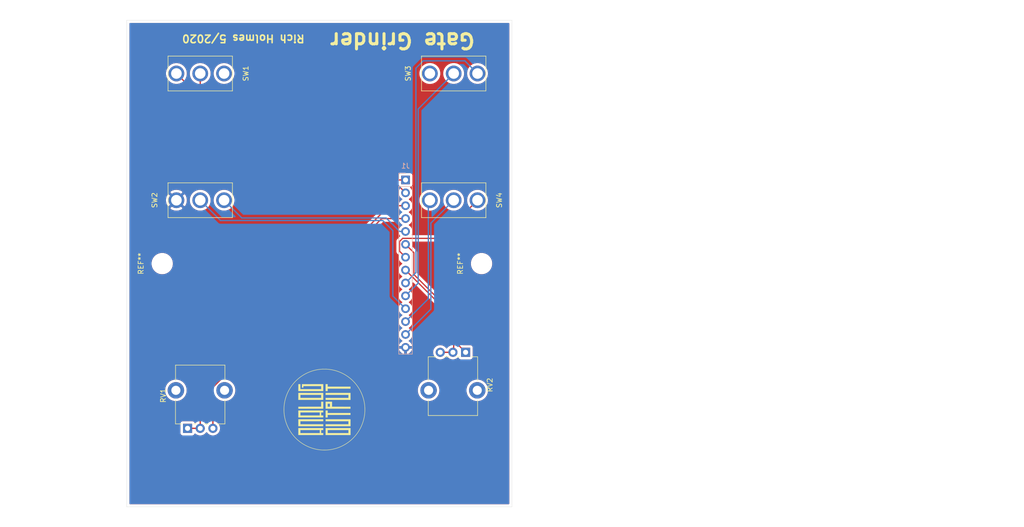
<source format=kicad_pcb>
(kicad_pcb (version 20171130) (host pcbnew 5.1.5-52549c5~84~ubuntu18.04.1)

  (general
    (thickness 1.6)
    (drawings 11)
    (tracks 52)
    (zones 0)
    (modules 11)
    (nets 15)
  )

  (page A4)
  (title_block
    (title "Gate Grinder panel")
    (date 2020-05-09)
    (company "Rich Holmes / Analog Output")
  )

  (layers
    (0 F.Cu signal)
    (31 B.Cu signal)
    (32 B.Adhes user)
    (33 F.Adhes user)
    (34 B.Paste user)
    (35 F.Paste user)
    (36 B.SilkS user)
    (37 F.SilkS user)
    (38 B.Mask user)
    (39 F.Mask user)
    (40 Dwgs.User user)
    (41 Cmts.User user)
    (42 Eco1.User user)
    (43 Eco2.User user)
    (44 Edge.Cuts user)
    (45 Margin user)
    (46 B.CrtYd user)
    (47 F.CrtYd user)
    (48 B.Fab user)
    (49 F.Fab user)
  )

  (setup
    (last_trace_width 0.25)
    (user_trace_width 0.25)
    (user_trace_width 0.75)
    (trace_clearance 0.2)
    (zone_clearance 0.508)
    (zone_45_only no)
    (trace_min 0.2)
    (via_size 0.8)
    (via_drill 0.4)
    (via_min_size 0.4)
    (via_min_drill 0.3)
    (uvia_size 0.3)
    (uvia_drill 0.1)
    (uvias_allowed no)
    (uvia_min_size 0.2)
    (uvia_min_drill 0.1)
    (edge_width 0.05)
    (segment_width 0.2)
    (pcb_text_width 0.3)
    (pcb_text_size 1.5 1.5)
    (mod_edge_width 0.12)
    (mod_text_size 1 1)
    (mod_text_width 0.15)
    (pad_size 1.524 1.524)
    (pad_drill 0.762)
    (pad_to_mask_clearance 0.051)
    (solder_mask_min_width 0.25)
    (aux_axis_origin 0 0)
    (visible_elements FFFFFF7F)
    (pcbplotparams
      (layerselection 0x010fc_ffffffff)
      (usegerberextensions false)
      (usegerberattributes false)
      (usegerberadvancedattributes false)
      (creategerberjobfile false)
      (excludeedgelayer true)
      (linewidth 0.100000)
      (plotframeref false)
      (viasonmask false)
      (mode 1)
      (useauxorigin false)
      (hpglpennumber 1)
      (hpglpenspeed 20)
      (hpglpendiameter 15.000000)
      (psnegative false)
      (psa4output false)
      (plotreference true)
      (plotvalue true)
      (plotinvisibletext false)
      (padsonsilk false)
      (subtractmaskfromsilk false)
      (outputformat 1)
      (mirror false)
      (drillshape 0)
      (scaleselection 1)
      (outputdirectory "gategrinder_panelPCB_Gerbers/"))
  )

  (net 0 "")
  (net 1 GND)
  (net 2 /OUTPUT)
  (net 3 /OR_OUT)
  (net 4 /OR_IN)
  (net 5 /RESIZE_RANGE_1)
  (net 6 /RESIZE_RANGE_2)
  (net 7 /RESIZE_WIDTH_2)
  (net 8 /RESIZE_OUT)
  (net 9 /RESIZE_WIDTH_1)
  (net 10 /CLOCK_OUT)
  (net 11 /CLOCK_RATE_2)
  (net 12 /CLOCK_RATE_1)
  (net 13 /CLOCK_RANGE_2)
  (net 14 /CLOCK_RANGE_1)

  (net_class Default "This is the default net class."
    (clearance 0.2)
    (trace_width 0.25)
    (via_dia 0.8)
    (via_drill 0.4)
    (uvia_dia 0.3)
    (uvia_drill 0.1)
    (add_net /CLOCK_OUT)
    (add_net /CLOCK_RANGE_1)
    (add_net /CLOCK_RANGE_2)
    (add_net /CLOCK_RATE_1)
    (add_net /CLOCK_RATE_2)
    (add_net /OR_IN)
    (add_net /OR_OUT)
    (add_net /OUTPUT)
    (add_net /RESIZE_OUT)
    (add_net /RESIZE_RANGE_1)
    (add_net /RESIZE_RANGE_2)
    (add_net /RESIZE_WIDTH_1)
    (add_net /RESIZE_WIDTH_2)
    (add_net GND)
  )

  (module MountingHole:MountingHole_3.2mm_M3 (layer F.Cu) (tedit 56D1B4CB) (tstamp 5EB78A5B)
    (at 138 92 90)
    (descr "Mounting Hole 3.2mm, no annular, M3")
    (tags "mounting hole 3.2mm no annular m3")
    (attr virtual)
    (fp_text reference REF** (at 0 -4.2 90) (layer F.SilkS)
      (effects (font (size 1 1) (thickness 0.15)))
    )
    (fp_text value MountingHole_3.2mm_M3 (at 0 4.2 90) (layer F.Fab)
      (effects (font (size 1 1) (thickness 0.15)))
    )
    (fp_circle (center 0 0) (end 3.45 0) (layer F.CrtYd) (width 0.05))
    (fp_circle (center 0 0) (end 3.2 0) (layer Cmts.User) (width 0.15))
    (fp_text user %R (at 0.3 0 90) (layer F.Fab)
      (effects (font (size 1 1) (thickness 0.15)))
    )
    (pad 1 np_thru_hole circle (at 0 0 90) (size 3.2 3.2) (drill 3.2) (layers *.Cu *.Mask))
  )

  (module gategrinder_panelPCB:Gate_Grinder_panel_holes (layer F.Cu) (tedit 0) (tstamp 5EB7C97A)
    (at 145 92 90)
    (fp_text reference G*** (at 0 0 90) (layer F.Fab) hide
      (effects (font (size 1.524 1.524) (thickness 0.3)))
    )
    (fp_text value LOGO (at 0.75 0 90) (layer F.Fab) hide
      (effects (font (size 1.524 1.524) (thickness 0.3)))
    )
    (fp_poly (pts (xy 50.0126 100.0252) (xy -50.0126 100.0252) (xy -50.0126 -99.9744) (xy -49.9872 -99.9744)
      (xy -49.9872 99.9998) (xy 49.9872 99.9998) (xy 49.9872 -99.9744) (xy -49.9872 -99.9744)
      (xy -50.0126 -99.9744) (xy -50.0126 -99.9998) (xy 50.0126 -99.9998) (xy 50.0126 100.0252)) (layer F.Fab) (width 0.01))
    (fp_poly (pts (xy -46.750275 95.572343) (xy -46.518049 95.627376) (xy -46.306047 95.723501) (xy -46.105593 95.864318)
      (xy -45.973146 95.985745) (xy -45.800299 96.183316) (xy -45.674564 96.386607) (xy -45.592338 96.604296)
      (xy -45.550021 96.845063) (xy -45.5422 97.024005) (xy -45.565939 97.286351) (xy -45.634128 97.531723)
      (xy -45.742231 97.756584) (xy -45.885707 97.9574) (xy -46.060018 98.130636) (xy -46.260626 98.272758)
      (xy -46.482993 98.380231) (xy -46.722579 98.44952) (xy -46.974846 98.47709) (xy -47.235256 98.459406)
      (xy -47.354619 98.435566) (xy -47.589199 98.353556) (xy -47.808801 98.228091) (xy -48.00684 98.065821)
      (xy -48.176734 97.873392) (xy -48.311899 97.657453) (xy -48.405752 97.424652) (xy -48.42415 97.35558)
      (xy -48.461966 97.09246) (xy -48.454316 96.8756) (xy -48.26 96.8756) (xy -48.26 97.155)
      (xy -47.1424 97.155) (xy -47.1424 98.2726) (xy -46.863 98.2726) (xy -46.863 97.155971)
      (xy -46.29785 97.149135) (xy -45.7327 97.1423) (xy -45.717346 96.8756) (xy -46.863 96.8756)
      (xy -46.863 95.729945) (xy -46.99635 95.737622) (xy -47.1297 95.7453) (xy -47.143372 96.8756)
      (xy -48.26 96.8756) (xy -48.454316 96.8756) (xy -48.452913 96.835833) (xy -48.400533 96.590217)
      (xy -48.30837 96.36013) (xy -48.179969 96.150088) (xy -48.018873 95.964609) (xy -47.828627 95.80821)
      (xy -47.612773 95.68541) (xy -47.374858 95.600725) (xy -47.118423 95.558672) (xy -47.011406 95.5548)
      (xy -46.750275 95.572343)) (layer F.Fab) (width 0.01))
    (fp_poly (pts (xy 47.274737 95.577511) (xy 47.516837 95.64251) (xy 47.73578 95.745098) (xy 47.929638 95.880574)
      (xy 48.096486 96.044237) (xy 48.234398 96.231388) (xy 48.341446 96.437326) (xy 48.415705 96.657351)
      (xy 48.455249 96.886762) (xy 48.45815 97.12086) (xy 48.422483 97.354943) (xy 48.346321 97.584312)
      (xy 48.227739 97.804266) (xy 48.064809 98.010105) (xy 48.031659 98.044259) (xy 47.825016 98.216251)
      (xy 47.594152 98.346243) (xy 47.345512 98.432411) (xy 47.085542 98.472932) (xy 46.820686 98.465981)
      (xy 46.649668 98.435313) (xy 46.400948 98.350023) (xy 46.175827 98.22304) (xy 45.978392 98.059577)
      (xy 45.812737 97.864846) (xy 45.682949 97.644059) (xy 45.59312 97.40243) (xy 45.547341 97.145169)
      (xy 45.5422 97.024005) (xy 45.552169 96.8756) (xy 45.717345 96.8756) (xy 45.725022 97.00895)
      (xy 45.7327 97.1423) (xy 46.29785 97.149135) (xy 46.863 97.155971) (xy 46.863 98.2726)
      (xy 47.1424 98.2726) (xy 47.1424 97.155) (xy 48.26 97.155) (xy 48.26 96.8756)
      (xy 47.143371 96.8756) (xy 47.136535 96.31045) (xy 47.1297 95.7453) (xy 46.99635 95.737622)
      (xy 46.863 95.729945) (xy 46.863 96.8756) (xy 45.717345 96.8756) (xy 45.552169 96.8756)
      (xy 45.559743 96.762874) (xy 45.614776 96.530648) (xy 45.710901 96.318646) (xy 45.851718 96.118192)
      (xy 45.973145 95.985745) (xy 46.170716 95.812898) (xy 46.374007 95.687163) (xy 46.591696 95.604937)
      (xy 46.832463 95.56262) (xy 47.011405 95.5548) (xy 47.274737 95.577511)) (layer F.Fab) (width 0.01))
    (fp_poly (pts (xy -37.246264 62.905287) (xy -36.791587 62.953455) (xy -36.344274 63.046149) (xy -35.907774 63.182618)
      (xy -35.485536 63.362113) (xy -35.081009 63.583885) (xy -34.697642 63.847185) (xy -34.338883 64.151263)
      (xy -34.008182 64.495371) (xy -33.947486 64.5668) (xy -33.660706 64.950507) (xy -33.417112 65.360373)
      (xy -33.217539 65.794499) (xy -33.062824 66.250986) (xy -32.953802 66.727935) (xy -32.929632 66.878148)
      (xy -32.91113 67.054608) (xy -32.900431 67.265319) (xy -32.897292 67.496109) (xy -32.901467 67.732804)
      (xy -32.912714 67.961234) (xy -32.930787 68.167225) (xy -32.954695 68.332648) (xy -33.066565 68.797856)
      (xy -33.222125 69.24154) (xy -33.418625 69.661621) (xy -33.653318 70.056023) (xy -33.923454 70.422668)
      (xy -34.226286 70.759476) (xy -34.559065 71.064371) (xy -34.919043 71.335275) (xy -35.303472 71.570109)
      (xy -35.709602 71.766796) (xy -36.134687 71.923258) (xy -36.575977 72.037417) (xy -37.030724 72.107195)
      (xy -37.49618 72.130514) (xy -37.9476 72.10756) (xy -38.420483 72.035533) (xy -38.875482 71.917811)
      (xy -39.310283 71.756943) (xy -39.722574 71.555482) (xy -40.110041 71.31598) (xy -40.470373 71.040988)
      (xy -40.801256 70.733057) (xy -41.100376 70.39474) (xy -41.365421 70.028588) (xy -41.594079 69.637153)
      (xy -41.784035 69.222986) (xy -41.932978 68.788639) (xy -42.038593 68.336663) (xy -42.098569 67.869611)
      (xy -42.112209 67.5132) (xy -42.105643 67.3862) (xy -40.0304 67.3862) (xy -40.0304 67.6402)
      (xy -37.6428 67.6402) (xy -37.6428 70.0532) (xy -37.3634 70.0532) (xy -37.3634 67.6402)
      (xy -34.9504 67.6402) (xy -34.9504 67.3862) (xy -37.3634 67.3862) (xy -37.3634 64.9732)
      (xy -37.6428 64.9732) (xy -37.6428 67.3862) (xy -40.0304 67.3862) (xy -42.105643 67.3862)
      (xy -42.087449 67.034361) (xy -42.014458 66.566469) (xy -41.895167 66.112606) (xy -41.731508 65.675857)
      (xy -41.525413 65.259306) (xy -41.278815 64.866036) (xy -40.993644 64.499131) (xy -40.671834 64.161674)
      (xy -40.315316 63.85675) (xy -39.926021 63.587443) (xy -39.5094 63.358538) (xy -39.069636 63.172845)
      (xy -38.619991 63.035422) (xy -38.163915 62.945521) (xy -37.704856 62.902392) (xy -37.246264 62.905287)) (layer F.Fab) (width 0.01))
    (fp_poly (pts (xy -11.892078 62.937709) (xy -11.426518 63.02464) (xy -11.000505 63.14899) (xy -10.554881 63.329039)
      (xy -10.133334 63.552764) (xy -9.73873 63.817678) (xy -9.373939 64.121298) (xy -9.041826 64.461137)
      (xy -8.745259 64.83471) (xy -8.487106 65.239532) (xy -8.397636 65.405) (xy -8.199216 65.844896)
      (xy -8.049005 66.298359) (xy -7.947256 66.762193) (xy -7.894224 67.233201) (xy -7.890162 67.708187)
      (xy -7.935324 68.183956) (xy -8.029964 68.657313) (xy -8.115698 68.954681) (xy -8.189989 69.15684)
      (xy -8.288134 69.383425) (xy -8.402413 69.619064) (xy -8.525107 69.848386) (xy -8.648497 70.056019)
      (xy -8.731132 70.1802) (xy -8.843421 70.325923) (xy -8.986613 70.491569) (xy -9.150721 70.667153)
      (xy -9.325755 70.842687) (xy -9.501729 71.008187) (xy -9.668652 71.153668) (xy -9.816539 71.269142)
      (xy -9.8298 71.278588) (xy -10.226301 71.528021) (xy -10.647462 71.736332) (xy -11.087743 71.902052)
      (xy -11.541604 72.023713) (xy -12.003503 72.099843) (xy -12.4679 72.128974) (xy -12.929256 72.109637)
      (xy -12.954 72.107182) (xy -13.413649 72.035446) (xy -13.869437 71.91595) (xy -14.313257 71.751557)
      (xy -14.736999 71.545128) (xy -15.0114 71.381) (xy -15.394309 71.103552) (xy -15.745394 70.789626)
      (xy -16.062009 70.443072) (xy -16.341511 70.067744) (xy -16.581253 69.667494) (xy -16.778592 69.246172)
      (xy -16.930883 68.807632) (xy -17.015501 68.462056) (xy -17.077839 68.095179) (xy -17.110751 67.751366)
      (xy -17.115037 67.412854) (xy -17.11325 67.3862) (xy -15.0368 67.3862) (xy -15.0368 67.6402)
      (xy -12.6238 67.6402) (xy -12.6238 70.0532) (xy -12.3698 70.0532) (xy -12.3698 67.6402)
      (xy -9.9568 67.6402) (xy -9.9568 67.3862) (xy -12.3698 67.3862) (xy -12.3698 64.9732)
      (xy -12.6238 64.9732) (xy -12.6238 67.3862) (xy -15.0368 67.3862) (xy -17.11325 67.3862)
      (xy -17.091497 67.061876) (xy -17.082299 66.978107) (xy -17.001142 66.497809) (xy -16.872582 66.034947)
      (xy -16.697618 65.591577) (xy -16.477249 65.169753) (xy -16.212473 64.771529) (xy -15.904288 64.398962)
      (xy -15.752003 64.240516) (xy -15.394554 63.920079) (xy -15.011063 63.641683) (xy -14.605037 63.406132)
      (xy -14.179985 63.214232) (xy -13.739414 63.06679) (xy -13.28683 62.964611) (xy -12.825741 62.908501)
      (xy -12.359655 62.899265) (xy -11.892078 62.937709)) (layer F.Fab) (width 0.01))
    (fp_poly (pts (xy 12.940674 62.919405) (xy 13.383362 62.982844) (xy 13.819318 63.089233) (xy 14.245136 63.23859)
      (xy 14.65741 63.430931) (xy 15.052731 63.666274) (xy 15.427695 63.944636) (xy 15.758348 64.24533)
      (xy 16.085633 64.607912) (xy 16.368999 64.995846) (xy 16.608026 65.408248) (xy 16.802295 65.844232)
      (xy 16.951388 66.302915) (xy 17.054884 66.783413) (xy 17.092732 67.061348) (xy 17.117119 67.51541)
      (xy 17.093224 67.974289) (xy 17.022404 68.43201) (xy 16.906018 68.882601) (xy 16.745423 69.320086)
      (xy 16.541978 69.738491) (xy 16.446895 69.902479) (xy 16.176702 70.298746) (xy 15.871105 70.660829)
      (xy 15.53339 70.987078) (xy 15.166846 71.27584) (xy 14.774757 71.525463) (xy 14.360413 71.734295)
      (xy 13.927099 71.900684) (xy 13.478102 72.022978) (xy 13.01671 72.099525) (xy 12.54621 72.128672)
      (xy 12.069889 72.108769) (xy 12.059113 72.107742) (xy 11.617454 72.041262) (xy 11.174659 71.928665)
      (xy 10.740264 71.773499) (xy 10.323801 71.579313) (xy 9.934806 71.349657) (xy 9.8298 71.277851)
      (xy 9.684441 71.165827) (xy 9.519094 71.023027) (xy 9.343722 70.8594) (xy 9.16829 70.684893)
      (xy 9.002763 70.509454) (xy 8.857106 70.34303) (xy 8.741283 70.19557) (xy 8.730271 70.1802)
      (xy 8.613566 70.001034) (xy 8.491244 69.788297) (xy 8.371071 69.557426) (xy 8.260809 69.323855)
      (xy 8.168225 69.103021) (xy 8.117009 68.961) (xy 7.991452 68.49952) (xy 7.914837 68.030903)
      (xy 7.886647 67.559139) (xy 7.893888 67.3862) (xy 9.9568 67.3862) (xy 9.9568 67.6402)
      (xy 12.3698 67.6402) (xy 12.3698 70.0532) (xy 12.6238 70.0532) (xy 12.6238 67.6402)
      (xy 15.0368 67.6402) (xy 15.0368 67.3862) (xy 12.6238 67.3862) (xy 12.6238 64.9732)
      (xy 12.3698 64.9732) (xy 12.3698 67.3862) (xy 9.9568 67.3862) (xy 7.893888 67.3862)
      (xy 7.906366 67.088218) (xy 7.973478 66.62213) (xy 8.087469 66.164866) (xy 8.247821 65.720416)
      (xy 8.454019 65.292771) (xy 8.629044 64.999876) (xy 8.745655 64.82722) (xy 8.860343 64.673656)
      (xy 8.984968 64.524597) (xy 9.131392 64.365453) (xy 9.215666 64.278377) (xy 9.565637 63.956038)
      (xy 9.939536 63.676495) (xy 10.333957 63.439764) (xy 10.745494 63.245862) (xy 11.17074 63.094808)
      (xy 11.606287 62.986618) (xy 12.048729 62.921309) (xy 12.494661 62.898899) (xy 12.940674 62.919405)) (layer F.Fab) (width 0.01))
    (fp_poly (pts (xy 38.095878 62.936733) (xy 38.554123 63.019862) (xy 39.003238 63.149509) (xy 39.43957 63.325483)
      (xy 39.859468 63.547592) (xy 40.058081 63.673188) (xy 40.445287 63.961911) (xy 40.796368 64.284771)
      (xy 41.10968 64.638695) (xy 41.383581 65.020612) (xy 41.616428 65.427449) (xy 41.806575 65.856135)
      (xy 41.952382 66.303597) (xy 42.052203 66.766762) (xy 42.104396 67.24256) (xy 42.112208 67.5132)
      (xy 42.087351 67.993256) (xy 42.013913 68.462897) (xy 41.893595 68.918945) (xy 41.728099 69.358225)
      (xy 41.519125 69.77756) (xy 41.268374 70.173774) (xy 40.977547 70.543692) (xy 40.648345 70.884137)
      (xy 40.282468 71.191934) (xy 40.0558 71.353128) (xy 39.643639 71.597979) (xy 39.21017 71.797817)
      (xy 38.75948 71.951615) (xy 38.295656 72.058347) (xy 37.822785 72.116985) (xy 37.344953 72.126503)
      (xy 37.052713 72.107742) (xy 36.586093 72.037502) (xy 36.129329 71.918867) (xy 35.68662 71.753929)
      (xy 35.262165 71.544776) (xy 34.860163 71.2935) (xy 34.484813 71.00219) (xy 34.140312 70.672935)
      (xy 34.114224 70.645033) (xy 33.80272 70.272776) (xy 33.5357 69.87601) (xy 33.313251 69.454913)
      (xy 33.135458 69.009661) (xy 33.002408 68.540432) (xy 32.940245 68.2244) (xy 32.915135 68.019514)
      (xy 32.900243 67.782556) (xy 32.895328 67.527357) (xy 32.897949 67.3862) (xy 34.9504 67.3862)
      (xy 34.9504 67.6402) (xy 37.3634 67.6402) (xy 37.3634 70.0532) (xy 37.6428 70.0532)
      (xy 37.6428 67.6402) (xy 40.0304 67.6402) (xy 40.0304 67.3862) (xy 37.6428 67.3862)
      (xy 37.6428 64.9732) (xy 37.3634 64.9732) (xy 37.3634 67.3862) (xy 34.9504 67.3862)
      (xy 32.897949 67.3862) (xy 32.90015 67.267749) (xy 32.914468 67.017563) (xy 32.938042 66.790628)
      (xy 32.96829 66.6115) (xy 33.095015 66.136512) (xy 33.265748 65.683382) (xy 33.478546 65.254698)
      (xy 33.731466 64.85305) (xy 34.022565 64.481025) (xy 34.349901 64.141212) (xy 34.71153 63.8362)
      (xy 35.105511 63.568579) (xy 35.359282 63.425638) (xy 35.795584 63.225611) (xy 36.244675 63.073258)
      (xy 36.702904 62.968386) (xy 37.166616 62.910802) (xy 37.632159 62.900316) (xy 38.095878 62.936733)) (layer F.Fab) (width 0.01))
    (fp_poly (pts (xy -37.30598 50.058687) (xy -37.180497 50.065418) (xy -37.071363 50.078787) (xy -36.961389 50.100731)
      (xy -36.8681 50.123962) (xy -36.537297 50.236238) (xy -36.229525 50.391415) (xy -35.948296 50.585717)
      (xy -35.697126 50.815367) (xy -35.479526 51.076589) (xy -35.29901 51.365606) (xy -35.159092 51.67864)
      (xy -35.063285 52.011917) (xy -35.050193 52.078115) (xy -35.034049 52.205777) (xy -35.024707 52.36434)
      (xy -35.022157 52.536812) (xy -35.02639 52.706197) (xy -35.037396 52.855503) (xy -35.050699 52.947206)
      (xy -35.1446 53.298448) (xy -35.281474 53.624584) (xy -35.459405 53.923076) (xy -35.676477 54.191385)
      (xy -35.930778 54.426971) (xy -36.220391 54.627296) (xy -36.3855 54.717282) (xy -36.711577 54.852387)
      (xy -37.049655 54.938156) (xy -37.399338 54.974518) (xy -37.738644 54.963547) (xy -38.073112 54.906758)
      (xy -38.392591 54.803771) (xy -38.693173 54.657967) (xy -38.970952 54.472724) (xy -39.222021 54.251422)
      (xy -39.442473 53.99744) (xy -39.628401 53.714157) (xy -39.775898 53.404952) (xy -39.869041 53.120843)
      (xy -39.915908 52.878589) (xy -39.93832 52.613586) (xy -39.936314 52.3748) (xy -38.7604 52.3748)
      (xy -38.7604 52.6542) (xy -37.6428 52.6542) (xy -37.6428 53.7718) (xy -37.3634 53.7718)
      (xy -37.3634 52.655171) (xy -36.79825 52.648335) (xy -36.2331 52.6415) (xy -36.217746 52.3748)
      (xy -37.362429 52.3748) (xy -37.369265 51.80965) (xy -37.3761 51.2445) (xy -37.6301 51.2445)
      (xy -37.643772 52.3748) (xy -38.7604 52.3748) (xy -39.936314 52.3748) (xy -39.93606 52.344589)
      (xy -39.908909 52.090354) (xy -39.882549 51.960602) (xy -39.773167 51.617851) (xy -39.621609 51.300612)
      (xy -39.430866 51.011832) (xy -39.203927 50.754456) (xy -38.94378 50.53143) (xy -38.653414 50.345699)
      (xy -38.335819 50.200209) (xy -37.993983 50.097905) (xy -37.99186 50.097426) (xy -37.828358 50.072056)
      (xy -37.618137 50.058751) (xy -37.465 50.056654) (xy -37.30598 50.058687)) (layer F.Fab) (width 0.01))
    (fp_poly (pts (xy -12.198531 50.06256) (xy -11.855375 50.126336) (xy -11.851415 50.127364) (xy -11.525212 50.237228)
      (xy -11.225257 50.387702) (xy -10.953614 50.574721) (xy -10.712347 50.794223) (xy -10.503518 51.042143)
      (xy -10.329193 51.314416) (xy -10.191435 51.60698) (xy -10.092307 51.915769) (xy -10.033874 52.23672)
      (xy -10.018199 52.565769) (xy -10.047347 52.898851) (xy -10.12338 53.231904) (xy -10.184494 53.409881)
      (xy -10.329689 53.71777) (xy -10.515235 53.999076) (xy -10.736534 54.25088) (xy -10.988987 54.470263)
      (xy -11.267995 54.654307) (xy -11.568957 54.800093) (xy -11.887275 54.904701) (xy -12.21835 54.965215)
      (xy -12.557582 54.978714) (xy -12.6492 54.973975) (xy -12.993788 54.924721) (xy -13.322723 54.829123)
      (xy -13.632239 54.690228) (xy -13.918568 54.511083) (xy -14.177945 54.294734) (xy -14.406602 54.044228)
      (xy -14.600772 53.762611) (xy -14.756689 53.452929) (xy -14.849057 53.194758) (xy -14.904935 52.94085)
      (xy -14.932284 52.660865) (xy -14.93143 52.3748) (xy -13.7668 52.3748) (xy -13.7668 52.6542)
      (xy -12.6238 52.6542) (xy -12.6238 53.7718) (xy -12.3698 53.7718) (xy -12.3698 52.6542)
      (xy -11.2268 52.6542) (xy -11.2268 52.3748) (xy -12.3698 52.3748) (xy -12.3698 51.2318)
      (xy -12.6238 51.2318) (xy -12.6238 52.3748) (xy -13.7668 52.3748) (xy -14.93143 52.3748)
      (xy -14.931417 52.370544) (xy -14.902646 52.085628) (xy -14.846286 51.821858) (xy -14.82003 51.737241)
      (xy -14.684399 51.413242) (xy -14.509943 51.118219) (xy -14.300678 50.854352) (xy -14.060621 50.623817)
      (xy -13.793787 50.428793) (xy -13.504192 50.271457) (xy -13.195853 50.153988) (xy -12.872786 50.078564)
      (xy -12.539007 50.047362) (xy -12.198531 50.06256)) (layer F.Fab) (width 0.01))
    (fp_poly (pts (xy 25.328301 18.944266) (xy 25.873195 18.999652) (xy 26.418079 19.105122) (xy 26.511017 19.128198)
      (xy 27.005084 19.280296) (xy 27.489718 19.479557) (xy 27.958683 19.722444) (xy 28.405743 20.005422)
      (xy 28.824663 20.324954) (xy 29.164665 20.633159) (xy 29.546358 21.043007) (xy 29.884003 21.477327)
      (xy 30.176909 21.934548) (xy 30.424384 22.413097) (xy 30.625737 22.911404) (xy 30.780276 23.427896)
      (xy 30.887311 23.961003) (xy 30.946148 24.509152) (xy 30.95517 24.702447) (xy 30.948815 25.258218)
      (xy 30.894206 25.798767) (xy 30.790971 26.325843) (xy 30.638738 26.841194) (xy 30.437134 27.346568)
      (xy 30.355092 27.5209) (xy 30.091485 28.00313) (xy 29.788907 28.453916) (xy 29.449488 28.871672)
      (xy 29.075358 29.254811) (xy 28.668647 29.601745) (xy 28.231483 29.910889) (xy 27.765997 30.180656)
      (xy 27.274317 30.409458) (xy 26.758574 30.59571) (xy 26.220896 30.737825) (xy 25.9715 30.787105)
      (xy 25.79521 30.811669) (xy 25.581263 30.830854) (xy 25.342545 30.844382) (xy 25.091942 30.851973)
      (xy 24.842339 30.853347) (xy 24.606624 30.848224) (xy 24.397682 30.836325) (xy 24.274971 30.823906)
      (xy 23.735263 30.730626) (xy 23.212656 30.590951) (xy 22.709538 30.406921) (xy 22.228295 30.180575)
      (xy 21.771315 29.91395) (xy 21.340984 29.609086) (xy 20.93969 29.26802) (xy 20.569819 28.892793)
      (xy 20.233757 28.485442) (xy 19.933894 28.048006) (xy 19.672614 27.582524) (xy 19.452305 27.091033)
      (xy 19.275354 26.575574) (xy 19.266951 26.546652) (xy 19.139302 26.01322) (xy 19.06153 25.476286)
      (xy 19.033108 24.938687) (xy 19.034886 24.892) (xy 22.4536 24.892) (xy 22.4536 25.146)
      (xy 24.8666 25.146) (xy 24.8666 27.559) (xy 25.1206 27.559) (xy 25.1206 25.146)
      (xy 27.5336 25.146) (xy 27.5336 24.892497) (xy 26.33345 24.885898) (xy 25.1333 24.8793)
      (xy 25.120102 22.479) (xy 24.8666 22.479) (xy 24.8666 24.892) (xy 22.4536 24.892)
      (xy 19.034886 24.892) (xy 19.053507 24.403257) (xy 19.122201 23.87283) (xy 19.238663 23.350241)
      (xy 19.402366 22.838325) (xy 19.612782 22.339916) (xy 19.869385 21.85785) (xy 20.171648 21.39496)
      (xy 20.243015 21.297591) (xy 20.34863 21.1656) (xy 20.483047 21.011567) (xy 20.636568 20.845458)
      (xy 20.799492 20.677243) (xy 20.962118 20.516887) (xy 21.114747 20.374359) (xy 21.247677 20.259626)
      (xy 21.2725 20.239746) (xy 21.726357 19.913796) (xy 22.200454 19.633633) (xy 22.692258 19.399794)
      (xy 23.199239 19.212817) (xy 23.718864 19.073239) (xy 24.248604 18.981596) (xy 24.785927 18.938426)
      (xy 25.328301 18.944266)) (layer F.Fab) (width 0.01))
    (fp_poly (pts (xy -24.332915 20.546049) (xy -23.872227 20.63779) (xy -23.535335 20.736598) (xy -23.093838 20.910245)
      (xy -22.677264 21.125885) (xy -22.287936 21.380503) (xy -21.928177 21.671084) (xy -21.600312 21.994611)
      (xy -21.306663 22.34807) (xy -21.049553 22.728446) (xy -20.831307 23.132721) (xy -20.654248 23.557882)
      (xy -20.520698 24.000913) (xy -20.432982 24.458798) (xy -20.398833 24.807349) (xy -20.39397 25.304521)
      (xy -20.437866 25.788394) (xy -20.530149 26.257792) (xy -20.670444 26.711536) (xy -20.858381 27.14845)
      (xy -21.093585 27.567356) (xy -21.375684 27.967078) (xy -21.415233 28.01689) (xy -21.734652 28.374095)
      (xy -22.086657 28.693148) (xy -22.468713 28.972601) (xy -22.878288 29.211007) (xy -23.312846 29.406919)
      (xy -23.769856 29.55889) (xy -24.246783 29.665473) (xy -24.323531 29.678024) (xy -24.435575 29.690807)
      (xy -24.584561 29.7012) (xy -24.757841 29.708968) (xy -24.942768 29.71387) (xy -25.126693 29.715671)
      (xy -25.296969 29.714132) (xy -25.440947 29.709015) (xy -25.5397 29.700895) (xy -26.009773 29.617712)
      (xy -26.463215 29.488794) (xy -26.897269 29.316623) (xy -27.309175 29.103686) (xy -27.696174 28.852466)
      (xy -28.055508 28.565447) (xy -28.384418 28.245115) (xy -28.680144 27.893953) (xy -28.939929 27.514447)
      (xy -29.161013 27.109079) (xy -29.340638 26.680336) (xy -29.476044 26.230702) (xy -29.498086 26.136192)
      (xy -29.581513 25.652279) (xy -29.615001 25.176174) (xy -29.607677 24.9682) (xy -27.5336 24.9682)
      (xy -27.5336 25.2476) (xy -25.1206 25.2476) (xy -25.1206 27.6606) (xy -24.8666 27.6606)
      (xy -24.8666 25.2476) (xy -22.450946 25.2476) (xy -22.4663 24.9809) (xy -24.8666 24.967702)
      (xy -24.8666 22.5806) (xy -25.1206 22.5806) (xy -25.1206 24.9682) (xy -27.5336 24.9682)
      (xy -29.607677 24.9682) (xy -29.598435 24.70577) (xy -29.531701 24.238961) (xy -29.414683 23.773642)
      (xy -29.359556 23.604146) (xy -29.181545 23.162652) (xy -28.963425 22.74944) (xy -28.708262 22.366019)
      (xy -28.419119 22.013897) (xy -28.099061 21.694584) (xy -27.751152 21.409587) (xy -27.378455 21.160416)
      (xy -26.984035 20.948578) (xy -26.570956 20.775584) (xy -26.142282 20.64294) (xy -25.701076 20.552156)
      (xy -25.250404 20.504741) (xy -24.793329 20.502202) (xy -24.332915 20.546049)) (layer F.Fab) (width 0.01))
    (fp_poly (pts (xy -24.784751 -16.110305) (xy -24.574501 -16.096342) (xy -24.395699 -16.072803) (xy -24.374501 -16.068824)
      (xy -23.957785 -15.962273) (xy -23.565272 -15.8118) (xy -23.199137 -15.619093) (xy -22.86156 -15.385844)
      (xy -22.554717 -15.113742) (xy -22.280787 -14.804478) (xy -22.041947 -14.459741) (xy -21.85562 -14.113854)
      (xy -21.719076 -13.78202) (xy -21.623042 -13.445837) (xy -21.56564 -13.095681) (xy -21.544992 -12.721929)
      (xy -21.547466 -12.5349) (xy -21.570248 -12.201598) (xy -21.618048 -11.898421) (xy -21.694901 -11.609912)
      (xy -21.804844 -11.320611) (xy -21.936648 -11.044409) (xy -22.143116 -10.699105) (xy -22.38959 -10.381851)
      (xy -22.671904 -10.095612) (xy -22.985891 -9.84335) (xy -23.327383 -9.628029) (xy -23.692214 -9.452611)
      (xy -24.076217 -9.32006) (xy -24.475226 -9.233339) (xy -24.4856 -9.231747) (xy -24.58903 -9.219777)
      (xy -24.720371 -9.21) (xy -24.867135 -9.202748) (xy -25.016836 -9.198353) (xy -25.156984 -9.197145)
      (xy -25.275092 -9.199456) (xy -25.358672 -9.205617) (xy -25.3746 -9.208158) (xy -25.417167 -9.215621)
      (xy -25.494252 -9.22841) (xy -25.590194 -9.243931) (xy -25.6032 -9.246009) (xy -25.896204 -9.310944)
      (xy -26.203655 -9.412284) (xy -26.511543 -9.544353) (xy -26.805859 -9.701474) (xy -26.9494 -9.791532)
      (xy -27.07053 -9.881594) (xy -27.211754 -10.00193) (xy -27.362889 -10.142392) (xy -27.51375 -10.292834)
      (xy -27.654155 -10.443109) (xy -27.773918 -10.583071) (xy -27.861016 -10.699805) (xy -28.07601 -11.061431)
      (xy -28.241643 -11.429724) (xy -28.359312 -11.809321) (xy -28.430416 -12.204857) (xy -28.456353 -12.620969)
      (xy -28.456489 -12.6746) (xy -28.452151 -12.8016) (xy -27.5336 -12.8016) (xy -27.5336 -12.5222)
      (xy -25.1206 -12.5222) (xy -25.1206 -10.1092) (xy -24.8666 -10.1092) (xy -24.8666 -12.5222)
      (xy -22.450946 -12.5222) (xy -22.4663 -12.7889) (xy -24.8666 -12.802098) (xy -24.8666 -15.1892)
      (xy -25.1206 -15.1892) (xy -25.1206 -12.8016) (xy -27.5336 -12.8016) (xy -28.452151 -12.8016)
      (xy -28.446325 -12.972115) (xy -28.416197 -13.240175) (xy -28.363026 -13.497236) (xy -28.283732 -13.761755)
      (xy -28.267118 -13.809686) (xy -28.105896 -14.192239) (xy -27.902943 -14.548134) (xy -27.661235 -14.874833)
      (xy -27.383751 -15.169798) (xy -27.073468 -15.430489) (xy -26.733362 -15.654369) (xy -26.366413 -15.838898)
      (xy -25.975597 -15.981538) (xy -25.6159 -16.070085) (xy -25.442025 -16.094585) (xy -25.23473 -16.109443)
      (xy -25.010233 -16.114678) (xy -24.784751 -16.110305)) (layer F.Fab) (width 0.01))
    (fp_poly (pts (xy 12.782972 -15.43264) (xy 13.026888 -15.403212) (xy 13.081 -15.392957) (xy 13.452448 -15.291535)
      (xy 13.802633 -15.146136) (xy 14.128332 -14.959909) (xy 14.426321 -14.736005) (xy 14.69338 -14.477573)
      (xy 14.926284 -14.187761) (xy 15.121812 -13.869719) (xy 15.276742 -13.526597) (xy 15.38785 -13.161543)
      (xy 15.394678 -13.1318) (xy 15.453942 -12.754187) (xy 15.46381 -12.377011) (xy 15.425543 -12.004535)
      (xy 15.340402 -11.641019) (xy 15.209648 -11.290726) (xy 15.034541 -10.957918) (xy 14.816341 -10.646855)
      (xy 14.583044 -10.387909) (xy 14.288863 -10.129095) (xy 13.97649 -9.917259) (xy 13.643215 -9.750995)
      (xy 13.286328 -9.628897) (xy 12.995011 -9.564318) (xy 12.81746 -9.542141) (xy 12.612115 -9.530528)
      (xy 12.39768 -9.529504) (xy 12.19286 -9.539092) (xy 12.016358 -9.559316) (xy 11.994765 -9.563036)
      (xy 11.613596 -9.656738) (xy 11.255993 -9.795432) (xy 10.921739 -9.979234) (xy 10.610618 -10.208255)
      (xy 10.4013 -10.400727) (xy 10.145319 -10.692267) (xy 9.933014 -11.007188) (xy 9.765127 -11.341712)
      (xy 9.642403 -11.692062) (xy 9.565584 -12.054462) (xy 9.535415 -12.425134) (xy 9.544535 -12.6238)
      (xy 9.9568 -12.6238) (xy 9.9568 -12.3444) (xy 12.3698 -12.3444) (xy 12.3698 -9.9568)
      (xy 12.6238 -9.9568) (xy 12.6238 -12.3444) (xy 15.0368 -12.3444) (xy 15.0368 -12.6238)
      (xy 12.6238 -12.6238) (xy 12.6238 -15.0368) (xy 12.3698 -15.0368) (xy 12.3698 -12.6238)
      (xy 9.9568 -12.6238) (xy 9.544535 -12.6238) (xy 9.552639 -12.800301) (xy 9.618 -13.176186)
      (xy 9.732241 -13.549012) (xy 9.764993 -13.632667) (xy 9.910506 -13.930408) (xy 10.098597 -14.220615)
      (xy 10.321127 -14.492888) (xy 10.569953 -14.736827) (xy 10.7315 -14.867516) (xy 10.925427 -14.996458)
      (xy 11.151382 -15.120942) (xy 11.39079 -15.232022) (xy 11.625078 -15.320754) (xy 11.750343 -15.358202)
      (xy 11.981534 -15.404706) (xy 12.242539 -15.432923) (xy 12.515604 -15.442389) (xy 12.782972 -15.43264)) (layer F.Fab) (width 0.01))
    (fp_poly (pts (xy 37.59932 -15.438147) (xy 37.799754 -15.427834) (xy 37.98558 -15.410151) (xy 38.142314 -15.385693)
      (xy 38.202382 -15.371874) (xy 38.578939 -15.247346) (xy 38.928049 -15.082406) (xy 39.247411 -14.88)
      (xy 39.534725 -14.643077) (xy 39.78769 -14.374585) (xy 40.004004 -14.077473) (xy 40.181367 -13.754688)
      (xy 40.317479 -13.409179) (xy 40.410037 -13.043895) (xy 40.456742 -12.661783) (xy 40.4622 -12.476212)
      (xy 40.438716 -12.120677) (xy 40.370413 -11.764008) (xy 40.26051 -11.415939) (xy 40.11223 -11.086204)
      (xy 39.928792 -10.784533) (xy 39.880351 -10.717996) (xy 39.775979 -10.591639) (xy 39.645593 -10.451838)
      (xy 39.501952 -10.310902) (xy 39.357816 -10.18114) (xy 39.225947 -10.07486) (xy 39.178554 -10.041042)
      (xy 38.853829 -9.850732) (xy 38.505669 -9.702595) (xy 38.140849 -9.59811) (xy 37.766143 -9.538755)
      (xy 37.388325 -9.526009) (xy 37.014169 -9.561351) (xy 36.9951 -9.564505) (xy 36.623529 -9.652248)
      (xy 36.272304 -9.785013) (xy 35.944294 -9.960123) (xy 35.642371 -10.174899) (xy 35.369404 -10.426665)
      (xy 35.128263 -10.712743) (xy 34.921819 -11.030454) (xy 34.752942 -11.377122) (xy 34.624502 -11.750069)
      (xy 34.615028 -11.784818) (xy 34.585732 -11.93144) (xy 34.564259 -12.113786) (xy 34.551028 -12.317319)
      (xy 34.546456 -12.527508) (xy 34.5486 -12.6238) (xy 34.947745 -12.6238) (xy 34.955422 -12.49045)
      (xy 34.9631 -12.3571) (xy 36.16325 -12.350502) (xy 37.3634 -12.343903) (xy 37.3634 -9.9568)
      (xy 37.6428 -9.9568) (xy 37.6428 -12.3444) (xy 40.0304 -12.3444) (xy 40.0304 -12.6238)
      (xy 37.643297 -12.6238) (xy 37.636698 -13.82395) (xy 37.6301 -15.0241) (xy 37.49675 -15.031778)
      (xy 37.3634 -15.039455) (xy 37.3634 -12.6238) (xy 34.947745 -12.6238) (xy 34.5486 -12.6238)
      (xy 34.550961 -12.729816) (xy 34.564961 -12.90971) (xy 34.579798 -13.01013) (xy 34.676252 -13.388591)
      (xy 34.817977 -13.746373) (xy 35.00254 -14.080269) (xy 35.227511 -14.387071) (xy 35.49046 -14.663572)
      (xy 35.788954 -14.906564) (xy 36.120564 -15.11284) (xy 36.2077 -15.157969) (xy 36.37294 -15.230027)
      (xy 36.568708 -15.299296) (xy 36.774846 -15.359569) (xy 36.971197 -15.404638) (xy 37.055217 -15.418928)
      (xy 37.212567 -15.434288) (xy 37.398763 -15.440497) (xy 37.59932 -15.438147)) (layer F.Fab) (width 0.01))
    (fp_poly (pts (xy -24.68722 -65.935543) (xy -24.462542 -65.911651) (xy -24.4094 -65.902971) (xy -24.034385 -65.812783)
      (xy -23.661522 -65.678123) (xy -23.303231 -65.504271) (xy -22.971933 -65.296507) (xy -22.956177 -65.285235)
      (xy -22.807704 -65.167006) (xy -22.644832 -65.018345) (xy -22.47984 -64.851987) (xy -22.325007 -64.680664)
      (xy -22.192611 -64.517108) (xy -22.128103 -64.426577) (xy -21.912653 -64.057515) (xy -21.742105 -63.664909)
      (xy -21.616864 -63.249725) (xy -21.596657 -63.161147) (xy -21.574765 -63.020994) (xy -21.559704 -62.843874)
      (xy -21.551453 -62.643157) (xy -21.549994 -62.432211) (xy -21.555308 -62.224407) (xy -21.567376 -62.033112)
      (xy -21.586178 -61.871696) (xy -21.598593 -61.804089) (xy -21.711135 -61.393263) (xy -21.864009 -61.012257)
      (xy -22.058969 -60.657835) (xy -22.297771 -60.326765) (xy -22.553736 -60.043983) (xy -22.870106 -59.760483)
      (xy -23.207094 -59.523113) (xy -23.566912 -59.330657) (xy -23.951771 -59.181899) (xy -24.2824 -59.092821)
      (xy -24.411297 -59.071702) (xy -24.577406 -59.055518) (xy -24.767619 -59.044511) (xy -24.968828 -59.038918)
      (xy -25.167926 -59.03898) (xy -25.351804 -59.044936) (xy -25.507356 -59.057025) (xy -25.5905 -59.068916)
      (xy -26.00055 -59.169863) (xy -26.388811 -59.314797) (xy -26.752563 -59.501007) (xy -27.089084 -59.725778)
      (xy -27.395654 -59.986399) (xy -27.669552 -60.280156) (xy -27.908057 -60.604336) (xy -28.108449 -60.956227)
      (xy -28.268006 -61.333116) (xy -28.384007 -61.732289) (xy -28.415441 -61.885617) (xy -28.439014 -62.062466)
      (xy -28.453002 -62.270985) (xy -28.457442 -62.494972) (xy -28.452369 -62.718225) (xy -28.447392 -62.7888)
      (xy -27.5336 -62.7888) (xy -27.5336 -62.535298) (xy -25.1333 -62.5221) (xy -25.126702 -61.32195)
      (xy -25.120103 -60.1218) (xy -24.8666 -60.1218) (xy -24.8666 -62.5348) (xy -22.4536 -62.5348)
      (xy -22.4536 -62.7888) (xy -24.8666 -62.7888) (xy -24.8666 -65.2018) (xy -25.1206 -65.2018)
      (xy -25.1206 -62.7888) (xy -27.5336 -62.7888) (xy -28.447392 -62.7888) (xy -28.437817 -62.92454)
      (xy -28.413822 -63.097717) (xy -28.412788 -63.1031) (xy -28.307652 -63.516413) (xy -28.15878 -63.906314)
      (xy -27.968656 -64.270302) (xy -27.739765 -64.605874) (xy -27.47459 -64.91053) (xy -27.175617 -65.181767)
      (xy -26.845328 -65.417086) (xy -26.486209 -65.613985) (xy -26.100744 -65.769961) (xy -25.691417 -65.882514)
      (xy -25.642297 -65.892687) (xy -25.431501 -65.923861) (xy -25.189913 -65.941497) (xy -24.935749 -65.945441)
      (xy -24.68722 -65.935543)) (layer F.Fab) (width 0.01))
    (fp_poly (pts (xy 12.670225 -65.443143) (xy 13.015871 -65.402794) (xy 13.35464 -65.322886) (xy 13.682596 -65.20402)
      (xy 13.995805 -65.046798) (xy 14.290334 -64.851822) (xy 14.562247 -64.619694) (xy 14.807611 -64.351014)
      (xy 15.022492 -64.046384) (xy 15.137925 -63.841203) (xy 15.290189 -63.4922) (xy 15.394271 -63.137861)
      (xy 15.452026 -62.78162) (xy 15.465309 -62.426913) (xy 15.435976 -62.077175) (xy 15.365881 -61.73584)
      (xy 15.25688 -61.406346) (xy 15.110828 -61.092125) (xy 14.92958 -60.796614) (xy 14.714991 -60.523247)
      (xy 14.468916 -60.275461) (xy 14.193211 -60.056689) (xy 13.889729 -59.870367) (xy 13.560327 -59.719931)
      (xy 13.20686 -59.608815) (xy 12.831183 -59.540454) (xy 12.8143 -59.538497) (xy 12.634418 -59.521828)
      (xy 12.476163 -59.51688) (xy 12.315274 -59.523734) (xy 12.142676 -59.540692) (xy 11.800981 -59.603847)
      (xy 11.458983 -59.712005) (xy 11.127699 -59.860646) (xy 10.818145 -60.045248) (xy 10.6934 -60.135371)
      (xy 10.562555 -60.246265) (xy 10.418121 -60.386197) (xy 10.273253 -60.541015) (xy 10.141103 -60.696564)
      (xy 10.034824 -60.838691) (xy 10.022104 -60.857706) (xy 9.833299 -61.189784) (xy 9.690978 -61.536812)
      (xy 9.594707 -61.894402) (xy 9.544054 -62.258166) (xy 9.538774 -62.611) (xy 9.9568 -62.611)
      (xy 9.9568 -62.357) (xy 12.3698 -62.357) (xy 12.3698 -59.944) (xy 12.6238 -59.944)
      (xy 12.6238 -62.357) (xy 15.0368 -62.357) (xy 15.0368 -62.610503) (xy 13.83665 -62.617102)
      (xy 12.6365 -62.6237) (xy 12.623302 -65.024) (xy 12.3698 -65.024) (xy 12.3698 -62.611)
      (xy 9.9568 -62.611) (xy 9.538774 -62.611) (xy 9.538583 -62.623718) (xy 9.577863 -62.986669)
      (xy 9.66146 -63.342633) (xy 9.78894 -63.687222) (xy 9.959869 -64.016047) (xy 10.173815 -64.324723)
      (xy 10.3886 -64.567402) (xy 10.672231 -64.82081) (xy 10.976525 -65.030448) (xy 11.297547 -65.196918)
      (xy 11.631362 -65.320821) (xy 11.974036 -65.402758) (xy 12.321636 -65.443332) (xy 12.670225 -65.443143)) (layer F.Fab) (width 0.01))
    (fp_poly (pts (xy 37.703587 -65.552618) (xy 37.870227 -65.541891) (xy 37.941423 -65.532687) (xy 38.325439 -65.446126)
      (xy 38.688112 -65.314466) (xy 39.02657 -65.139808) (xy 39.337939 -64.924249) (xy 39.619343 -64.669888)
      (xy 39.867909 -64.378823) (xy 40.080763 -64.053152) (xy 40.153069 -63.91802) (xy 40.299109 -63.572592)
      (xy 40.399617 -63.208017) (xy 40.45318 -62.830325) (xy 40.4622 -62.597152) (xy 40.437715 -62.217966)
      (xy 40.36617 -61.851578) (xy 40.250424 -61.501385) (xy 40.09334 -61.170783) (xy 39.897779 -60.863169)
      (xy 39.666602 -60.581939) (xy 39.402669 -60.330489) (xy 39.108843 -60.112217) (xy 38.787985 -59.930518)
      (xy 38.442956 -59.788789) (xy 38.076617 -59.690427) (xy 38.001667 -59.676366) (xy 37.839163 -59.656259)
      (xy 37.646052 -59.645182) (xy 37.440261 -59.643122) (xy 37.239715 -59.650061) (xy 37.062339 -59.665986)
      (xy 36.988365 -59.677236) (xy 36.622856 -59.768134) (xy 36.273819 -59.903541) (xy 35.945496 -60.080002)
      (xy 35.642134 -60.294061) (xy 35.367978 -60.542263) (xy 35.127273 -60.821152) (xy 34.924264 -61.127274)
      (xy 34.763195 -61.457173) (xy 34.744895 -61.503345) (xy 34.6717 -61.706105) (xy 34.619393 -61.886486)
      (xy 34.584229 -62.063001) (xy 34.562462 -62.254161) (xy 34.550933 -62.461983) (xy 34.547401 -62.718871)
      (xy 34.547721 -62.7253) (xy 34.9631 -62.7253) (xy 34.9631 -62.4713) (xy 36.16325 -62.464702)
      (xy 37.3634 -62.458103) (xy 37.3634 -60.071) (xy 37.6428 -60.071) (xy 37.6428 -62.4586)
      (xy 40.0304 -62.4586) (xy 40.0304 -62.738) (xy 37.643297 -62.738) (xy 37.636698 -63.93815)
      (xy 37.6301 -65.1383) (xy 37.3761 -65.1383) (xy 37.362902 -62.738498) (xy 34.9631 -62.7253)
      (xy 34.547721 -62.7253) (xy 34.558545 -62.942312) (xy 34.586263 -63.148023) (xy 34.632455 -63.351726)
      (xy 34.676306 -63.5) (xy 34.81752 -63.861495) (xy 35.000369 -64.195454) (xy 35.222407 -64.499597)
      (xy 35.48119 -64.771639) (xy 35.774272 -65.009298) (xy 36.099209 -65.210291) (xy 36.453555 -65.372334)
      (xy 36.801843 -65.484636) (xy 36.941295 -65.512338) (xy 37.116207 -65.53362) (xy 37.311566 -65.547849)
      (xy 37.512363 -65.554393) (xy 37.703587 -65.552618)) (layer F.Fab) (width 0.01))
    (fp_poly (pts (xy -46.684035 -98.412365) (xy -46.462088 -98.343882) (xy -46.253422 -98.242245) (xy -46.062729 -98.109384)
      (xy -45.894706 -97.947232) (xy -45.754047 -97.757719) (xy -45.645448 -97.542776) (xy -45.573604 -97.304335)
      (xy -45.543208 -97.044328) (xy -45.542502 -96.994939) (xy -45.561537 -96.729705) (xy -45.620019 -96.492405)
      (xy -45.7211 -96.275431) (xy -45.867935 -96.071172) (xy -45.971814 -95.959014) (xy -46.170106 -95.786487)
      (xy -46.376157 -95.660876) (xy -46.59797 -95.578893) (xy -46.843553 -95.537247) (xy -47.0154 -95.530243)
      (xy -47.155074 -95.533932) (xy -47.268115 -95.547167) (xy -47.378359 -95.573679) (xy -47.4599 -95.599832)
      (xy -47.705657 -95.708152) (xy -47.91919 -95.851165) (xy -48.099263 -96.023644) (xy -48.244642 -96.220364)
      (xy -48.35409 -96.4361) (xy -48.426374 -96.665624) (xy -48.460257 -96.903711) (xy -48.454876 -97.1296)
      (xy -48.26 -97.1296) (xy -48.26 -96.8502) (xy -47.1424 -96.8502) (xy -47.1424 -96.295634)
      (xy -47.141657 -96.132683) (xy -47.139576 -95.987112) (xy -47.136383 -95.866499) (xy -47.132301 -95.77842)
      (xy -47.127556 -95.730451) (xy -47.125467 -95.724134) (xy -47.092045 -95.714202) (xy -47.026276 -95.70811)
      (xy -46.985767 -95.7072) (xy -46.863 -95.7072) (xy -46.863 -96.8502) (xy -45.717346 -96.8502)
      (xy -45.7327 -97.1169) (xy -46.863 -97.130572) (xy -46.863 -98.2472) (xy -47.1424 -98.2472)
      (xy -47.1424 -97.1296) (xy -48.26 -97.1296) (xy -48.454876 -97.1296) (xy -48.454505 -97.145135)
      (xy -48.407883 -97.384671) (xy -48.319154 -97.617092) (xy -48.187085 -97.837172) (xy -48.03166 -98.01886)
      (xy -47.828633 -98.189863) (xy -47.610714 -98.316123) (xy -47.3826 -98.399572) (xy -47.148986 -98.442141)
      (xy -46.914566 -98.445761) (xy -46.684035 -98.412365)) (layer F.Fab) (width 0.01))
    (fp_poly (pts (xy 47.171191 -98.441598) (xy 47.430136 -98.38507) (xy 47.683768 -98.279738) (xy 47.68588 -98.278635)
      (xy 47.904751 -98.136472) (xy 48.091521 -97.959013) (xy 48.243379 -97.752471) (xy 48.357514 -97.523057)
      (xy 48.431113 -97.276982) (xy 48.461366 -97.02046) (xy 48.445459 -96.7597) (xy 48.423851 -96.648344)
      (xy 48.340321 -96.401567) (xy 48.213495 -96.174423) (xy 48.048906 -95.972525) (xy 47.852084 -95.801488)
      (xy 47.628562 -95.666926) (xy 47.383873 -95.574453) (xy 47.359313 -95.567955) (xy 47.20959 -95.542591)
      (xy 47.033644 -95.532424) (xy 46.852073 -95.537218) (xy 46.685474 -95.556731) (xy 46.5963 -95.576812)
      (xy 46.402332 -95.647727) (xy 46.226645 -95.746696) (xy 46.055779 -95.882009) (xy 45.973145 -95.960683)
      (xy 45.799614 -96.159062) (xy 45.673435 -96.363663) (xy 45.591199 -96.582665) (xy 45.549496 -96.824245)
      (xy 45.548424 -96.8502) (xy 45.717345 -96.8502) (xy 46.863 -96.8502) (xy 46.863 -95.704546)
      (xy 47.1297 -95.7199) (xy 47.136535 -96.28505) (xy 47.143371 -96.8502) (xy 48.26 -96.8502)
      (xy 48.26 -97.1296) (xy 47.1424 -97.1296) (xy 47.1424 -98.2472) (xy 46.863 -98.2472)
      (xy 46.863 -97.130572) (xy 45.7327 -97.1169) (xy 45.725022 -96.98355) (xy 45.717345 -96.8502)
      (xy 45.548424 -96.8502) (xy 45.542501 -96.993567) (xy 45.56205 -97.254689) (xy 45.621933 -97.490145)
      (xy 45.725111 -97.706978) (xy 45.874546 -97.912228) (xy 45.973819 -98.019028) (xy 46.183452 -98.195013)
      (xy 46.413064 -98.32603) (xy 46.657597 -98.411311) (xy 46.911992 -98.450089) (xy 47.171191 -98.441598)) (layer F.Fab) (width 0.01))
  )

  (module gategrinder_panelPCB:SPDT-toggle-switch-1M-series (layer F.Cu) (tedit 5EB46487) (tstamp 5EB78771)
    (at 82.5 79.5 90)
    (path /5EB9D1FA)
    (fp_text reference SW2 (at 0 -9 90) (layer F.SilkS)
      (effects (font (size 1 1) (thickness 0.15)))
    )
    (fp_text value SW_SPDT (at 0 9.4 90) (layer F.Fab)
      (effects (font (size 1 1) (thickness 0.15)))
    )
    (fp_text user %R (at 0 -2.2 90) (layer F.Fab)
      (effects (font (size 1 1) (thickness 0.15)))
    )
    (fp_line (start -3.7 6.6) (end -3.7 -6.6) (layer F.CrtYd) (width 0.12))
    (fp_line (start 3.7 6.6) (end -3.7 6.6) (layer F.CrtYd) (width 0.12))
    (fp_line (start 3.7 -6.6) (end 3.7 6.6) (layer F.CrtYd) (width 0.12))
    (fp_line (start -3.7 -6.6) (end 3.7 -6.6) (layer F.CrtYd) (width 0.12))
    (fp_line (start 3.42 -6.35) (end 3.42 -6.34) (layer F.SilkS) (width 0.12))
    (fp_line (start -3.43 -6.35) (end 3.42 -6.35) (layer F.SilkS) (width 0.12))
    (fp_line (start -3.43 6.34) (end -3.43 -6.35) (layer F.SilkS) (width 0.12))
    (fp_line (start 3.43 6.35) (end -3.43 6.35) (layer F.SilkS) (width 0.12))
    (fp_line (start 3.43 -6.35) (end 3.43 6.35) (layer F.SilkS) (width 0.12))
    (pad 1 thru_hole circle (at 0 4.7 90) (size 3.1 3.1) (drill 2.1) (layers *.Cu *.Mask)
      (net 10 /CLOCK_OUT))
    (pad 3 thru_hole circle (at 0 -4.7 90) (size 3.1 3.1) (drill 2.1) (layers *.Cu *.Mask)
      (net 1 GND))
    (pad 2 thru_hole circle (at 0 0 90) (size 3.1 3.1) (drill 2.1) (layers *.Cu *.Mask)
      (net 4 /OR_IN))
  )

  (module gategrinder_panelPCB:analogoutput2 (layer F.Cu) (tedit 5EAF5CF5) (tstamp 5EB845C0)
    (at 107 120.8 90)
    (fp_text reference G*** (at -0.508 -6.35 90) (layer F.SilkS) hide
      (effects (font (size 1.524 1.524) (thickness 0.3)))
    )
    (fp_text value LOGO (at 0.254 6.35 90) (layer F.SilkS) hide
      (effects (font (size 1.524 1.524) (thickness 0.3)))
    )
    (fp_poly (pts (xy 3.935412 -5.147719) (xy 3.99852 -5.146912) (xy 4.071885 -5.146156) (xy 4.153065 -5.145465)
      (xy 4.239617 -5.144855) (xy 4.329098 -5.144341) (xy 4.419066 -5.143937) (xy 4.507078 -5.143658)
      (xy 4.59069 -5.14352) (xy 4.621212 -5.143508) (xy 5.0165 -5.1435) (xy 5.0165 -4.7371)
      (xy 4.03225 -4.7371) (xy 4.03225 -0.64135) (xy 4.62915 -0.64135) (xy 4.62915 -4.152662)
      (xy 4.484687 -4.154369) (xy 4.340225 -4.156075) (xy 4.338513 -4.294243) (xy 4.336802 -4.432411)
      (xy 4.676903 -4.430768) (xy 5.017005 -4.429125) (xy 5.01834 -2.332038) (xy 5.019675 -0.23495)
      (xy 3.6449 -0.23495) (xy 3.6449 -5.151922) (xy 3.935412 -5.147719)) (layer F.SilkS) (width 0.01))
    (fp_poly (pts (xy 2.598737 -5.148291) (xy 3.286125 -5.146675) (xy 3.28772 -2.690813) (xy 3.289316 -0.23495)
      (xy 1.91135 -0.23495) (xy 1.91135 -4.7371) (xy 2.30505 -4.7371) (xy 2.30505 -0.64135)
      (xy 2.8956 -0.64135) (xy 2.8956 -4.7371) (xy 2.30505 -4.7371) (xy 1.91135 -4.7371)
      (xy 1.91135 -5.149907) (xy 2.598737 -5.148291)) (layer F.SilkS) (width 0.01))
    (fp_poly (pts (xy 0.566728 -2.894013) (xy 0.568325 -0.644525) (xy 1.062037 -0.642899) (xy 1.55575 -0.641273)
      (xy 1.55575 -0.23495) (xy 0.1778 -0.23495) (xy 0.1778 -5.1435) (xy 0.565132 -5.1435)
      (xy 0.566728 -2.894013)) (layer F.SilkS) (width 0.01))
    (fp_poly (pts (xy -0.17938 -2.690813) (xy -0.177784 -0.23495) (xy -0.56515 -0.23495) (xy -0.56515 -0.64135)
      (xy -1.16205 -0.64135) (xy -1.16205 -0.23495) (xy -1.555767 -0.23495) (xy -1.554171 -2.690813)
      (xy -1.552842 -4.7371) (xy -1.16205 -4.7371) (xy -1.16205 -0.914275) (xy -0.865188 -0.915925)
      (xy -0.568325 -0.917575) (xy -0.566728 -2.827338) (xy -0.56513 -4.7371) (xy -1.16205 -4.7371)
      (xy -1.552842 -4.7371) (xy -1.552575 -5.146675) (xy -0.180975 -5.146675) (xy -0.17938 -2.690813)) (layer F.SilkS) (width 0.01))
    (fp_poly (pts (xy -1.91135 -0.23495) (xy -2.2987 -0.23495) (xy -2.2987 -4.7371) (xy -2.8956 -4.7371)
      (xy -2.8956 -0.23495) (xy -3.28295 -0.23495) (xy -3.284491 -2.486025) (xy -3.284607 -2.656618)
      (xy -3.284721 -2.825001) (xy -3.284834 -2.990667) (xy -3.284943 -3.153108) (xy -3.285049 -3.311815)
      (xy -3.285152 -3.466282) (xy -3.285252 -3.616001) (xy -3.285347 -3.760462) (xy -3.285438 -3.899159)
      (xy -3.285525 -4.031583) (xy -3.285606 -4.157226) (xy -3.285682 -4.275582) (xy -3.285753 -4.38614)
      (xy -3.285817 -4.488395) (xy -3.285875 -4.581837) (xy -3.285927 -4.665959) (xy -3.285971 -4.740252)
      (xy -3.286009 -4.80421) (xy -3.286039 -4.857324) (xy -3.28606 -4.899086) (xy -3.286074 -4.928988)
      (xy -3.286078 -4.941888) (xy -3.286125 -5.146675) (xy -2.598738 -5.146902) (xy -1.91135 -5.147128)
      (xy -1.91135 -0.23495)) (layer F.SilkS) (width 0.01))
    (fp_poly (pts (xy -3.6449 -0.23495) (xy -4.03225 -0.23495) (xy -4.03225 -0.64135) (xy -4.62915 -0.64135)
      (xy -4.62915 -0.23495) (xy -5.0165 -0.23495) (xy -5.016628 -0.436563) (xy -5.01664 -0.458178)
      (xy -5.016654 -0.491986) (xy -5.016671 -0.53748) (xy -5.016691 -0.594155) (xy -5.016714 -0.661504)
      (xy -5.016738 -0.73902) (xy -5.016766 -0.826196) (xy -5.016795 -0.922526) (xy -5.016826 -1.027503)
      (xy -5.016859 -1.140621) (xy -5.016894 -1.261373) (xy -5.01693 -1.389252) (xy -5.016968 -1.523753)
      (xy -5.017007 -1.664368) (xy -5.017047 -1.81059) (xy -5.017088 -1.961914) (xy -5.01713 -2.117832)
      (xy -5.017173 -2.277838) (xy -5.017216 -2.441425) (xy -5.01726 -2.608087) (xy -5.017304 -2.777318)
      (xy -5.017333 -2.892425) (xy -5.017805 -4.7371) (xy -4.62915 -4.7371) (xy -4.62915 -0.914275)
      (xy -4.332288 -0.915925) (xy -4.035425 -0.917575) (xy -4.033828 -2.827338) (xy -4.03223 -4.7371)
      (xy -4.62915 -4.7371) (xy -5.017805 -4.7371) (xy -5.01791 -5.146675) (xy -4.331405 -5.146902)
      (xy -3.6449 -5.147128) (xy -3.6449 -0.23495)) (layer F.SilkS) (width 0.01))
    (fp_poly (pts (xy 5.0165 0.64135) (xy 4.52755 0.64135) (xy 4.52755 5.1435) (xy 4.13385 5.1435)
      (xy 4.13385 0.64135) (xy 3.6449 0.64135) (xy 3.6449 0.23495) (xy 5.0165 0.23495)
      (xy 5.0165 0.64135)) (layer F.SilkS) (width 0.01))
    (fp_poly (pts (xy 1.55575 1.498522) (xy 1.062037 1.500148) (xy 0.568325 1.501775) (xy 0.566726 3.322637)
      (xy 0.565128 5.1435) (xy 0.1778 5.1435) (xy 0.1778 0.959181) (xy 0.566227 0.959181)
      (xy 0.566297 1.001195) (xy 0.566542 1.036245) (xy 0.566952 1.0628) (xy 0.567519 1.07933)
      (xy 0.568039 1.08422) (xy 0.571377 1.086165) (xy 0.580368 1.087789) (xy 0.595905 1.089117)
      (xy 0.618886 1.090172) (xy 0.650204 1.090979) (xy 0.690756 1.091561) (xy 0.741437 1.091942)
      (xy 0.803141 1.092147) (xy 0.866575 1.0922) (xy 1.16205 1.0922) (xy 1.16205 0.641224)
      (xy 0.865187 0.642874) (xy 0.568325 0.644525) (xy 0.566651 0.860382) (xy 0.566342 0.911733)
      (xy 0.566227 0.959181) (xy 0.1778 0.959181) (xy 0.1778 0.23495) (xy 1.55575 0.23495)
      (xy 1.55575 1.498522)) (layer F.SilkS) (width 0.01))
    (fp_poly (pts (xy -0.1778 0.64135) (xy -0.6731 0.64135) (xy -0.6731 5.1435) (xy -1.06045 5.1435)
      (xy -1.06045 0.64135) (xy -1.55575 0.64135) (xy -1.55575 0.23495) (xy -0.1778 0.23495)
      (xy -0.1778 0.64135)) (layer F.SilkS) (width 0.01))
    (fp_poly (pts (xy 2.2987 4.7371) (xy 2.8956 4.7371) (xy 2.8956 0.23495) (xy 3.28295 0.23495)
      (xy 3.28449 2.486025) (xy 3.284606 2.656617) (xy 3.28472 2.825) (xy 3.284833 2.990666)
      (xy 3.284942 3.153107) (xy 3.285048 3.311814) (xy 3.285151 3.466281) (xy 3.285251 3.616)
      (xy 3.285346 3.760461) (xy 3.285437 3.899158) (xy 3.285524 4.031582) (xy 3.285605 4.157225)
      (xy 3.285681 4.275581) (xy 3.285752 4.386139) (xy 3.285816 4.488394) (xy 3.285874 4.581836)
      (xy 3.285926 4.665958) (xy 3.28597 4.740251) (xy 3.286008 4.804209) (xy 3.286038 4.857323)
      (xy 3.286059 4.899085) (xy 3.286073 4.928987) (xy 3.286077 4.941887) (xy 3.286125 5.146675)
      (xy 2.598737 5.146901) (xy 1.91135 5.147127) (xy 1.91135 0.23495) (xy 2.2987 0.23495)
      (xy 2.2987 4.7371)) (layer F.SilkS) (width 0.01))
    (fp_poly (pts (xy -2.8956 4.7371) (xy -2.2987 4.7371) (xy -2.2987 0.23495) (xy -1.91135 0.23495)
      (xy -1.91135 5.147095) (xy -2.597627 5.147095) (xy -2.689853 5.147064) (xy -2.778459 5.146975)
      (xy -2.862623 5.146831) (xy -2.941527 5.146637) (xy -3.014351 5.146396) (xy -3.080275 5.146112)
      (xy -3.13848 5.14579) (xy -3.188145 5.145434) (xy -3.228453 5.145047) (xy -3.258581 5.144634)
      (xy -3.277712 5.144199) (xy -3.285026 5.143745) (xy -3.285075 5.14371) (xy -3.285154 5.137187)
      (xy -3.28522 5.118398) (xy -3.285275 5.087776) (xy -3.285318 5.045754) (xy -3.285349 4.992765)
      (xy -3.285369 4.929243) (xy -3.285377 4.855622) (xy -3.285375 4.772333) (xy -3.285361 4.679812)
      (xy -3.285337 4.578492) (xy -3.285302 4.468804) (xy -3.285256 4.351184) (xy -3.285201 4.226065)
      (xy -3.285135 4.093879) (xy -3.285059 3.95506) (xy -3.284974 3.810042) (xy -3.284879 3.659258)
      (xy -3.284774 3.503141) (xy -3.28466 3.342124) (xy -3.284537 3.176642) (xy -3.284405 3.007127)
      (xy -3.284265 2.834012) (xy -3.284141 2.687637) (xy -3.282035 0.23495) (xy -2.8956 0.23495)
      (xy -2.8956 4.7371)) (layer F.SilkS) (width 0.01))
    (fp_poly (pts (xy -3.6449 5.14985) (xy -4.329642 5.14985) (xy -4.421836 5.149811) (xy -4.510458 5.149699)
      (xy -4.594681 5.149519) (xy -4.67368 5.149275) (xy -4.74663 5.148972) (xy -4.812705 5.148617)
      (xy -4.87108 5.148213) (xy -4.92093 5.147766) (xy -4.961428 5.147281) (xy -4.99175 5.146764)
      (xy -5.011071 5.146218) (xy -5.018563 5.145649) (xy -5.018617 5.145616) (xy -5.018921 5.139033)
      (xy -5.019218 5.120182) (xy -5.01951 5.089499) (xy -5.019794 5.047417) (xy -5.02007 4.994368)
      (xy -5.020338 4.930787) (xy -5.020597 4.857108) (xy -5.020845 4.773763) (xy -5.021082 4.681186)
      (xy -5.021308 4.579811) (xy -5.021522 4.47007) (xy -5.021722 4.352399) (xy -5.021909 4.22723)
      (xy -5.022081 4.094997) (xy -5.022238 3.956133) (xy -5.022378 3.811072) (xy -5.022502 3.660247)
      (xy -5.022608 3.504092) (xy -5.022696 3.34304) (xy -5.022765 3.177526) (xy -5.022814 3.007981)
      (xy -5.022843 2.834841) (xy -5.02285 2.688166) (xy -5.02285 0.64135) (xy -4.62915 0.64135)
      (xy -4.62915 4.7371) (xy -4.03225 4.7371) (xy -4.03225 0.64135) (xy -4.62915 0.64135)
      (xy -5.02285 0.64135) (xy -5.02285 0.23495) (xy -3.6449 0.23495) (xy -3.6449 5.14985)) (layer F.SilkS) (width 0.01))
    (fp_poly (pts (xy 0.174991 -8.024265) (xy 0.390629 -8.017226) (xy 0.598909 -8.004663) (xy 0.6096 -8.003849)
      (xy 0.928374 -7.972969) (xy 1.244574 -7.929711) (xy 1.557904 -7.874182) (xy 1.868072 -7.80649)
      (xy 2.174782 -7.726743) (xy 2.477741 -7.63505) (xy 2.776654 -7.53152) (xy 3.071227 -7.416259)
      (xy 3.361166 -7.289378) (xy 3.646177 -7.150983) (xy 3.925965 -7.001184) (xy 4.200237 -6.840088)
      (xy 4.468699 -6.667804) (xy 4.7244 -6.489284) (xy 4.972396 -6.301241) (xy 5.213921 -6.102572)
      (xy 5.448286 -5.893959) (xy 5.674801 -5.676081) (xy 5.892777 -5.44962) (xy 6.101524 -5.215258)
      (xy 6.300355 -4.973674) (xy 6.43386 -4.799839) (xy 6.618876 -4.541213) (xy 6.79323 -4.275854)
      (xy 6.956761 -4.004139) (xy 7.109306 -3.726444) (xy 7.250704 -3.443146) (xy 7.380794 -3.15462)
      (xy 7.499413 -2.861244) (xy 7.606399 -2.563392) (xy 7.701591 -2.261443) (xy 7.784827 -1.955771)
      (xy 7.855945 -1.646754) (xy 7.909055 -1.368425) (xy 7.937042 -1.195765) (xy 7.961037 -1.024832)
      (xy 7.981439 -0.852197) (xy 7.998648 -0.67443) (xy 8.013063 -0.488104) (xy 8.014931 -0.460375)
      (xy 8.017042 -0.420064) (xy 8.018835 -0.368858) (xy 8.020311 -0.308536) (xy 8.021469 -0.240876)
      (xy 8.02231 -0.167659) (xy 8.022833 -0.090662) (xy 8.023039 -0.011666) (xy 8.022926 0.067552)
      (xy 8.022496 0.145212) (xy 8.021748 0.219534) (xy 8.020681 0.288741) (xy 8.019296 0.351053)
      (xy 8.017593 0.404691) (xy 8.015571 0.447876) (xy 8.014991 0.4572) (xy 7.993639 0.725334)
      (xy 7.965676 0.984351) (xy 7.930812 1.236148) (xy 7.888757 1.482622) (xy 7.839221 1.725671)
      (xy 7.787955 1.943241) (xy 7.703741 2.253427) (xy 7.607846 2.558673) (xy 7.500362 2.858811)
      (xy 7.381378 3.153671) (xy 7.250984 3.443085) (xy 7.109271 3.726882) (xy 6.956329 4.004895)
      (xy 6.792247 4.276954) (xy 6.617117 4.542889) (xy 6.431028 4.802532) (xy 6.23407 5.055714)
      (xy 6.026334 5.302265) (xy 5.954446 5.383239) (xy 5.922488 5.418069) (xy 5.882958 5.460027)
      (xy 5.837387 5.507566) (xy 5.78731 5.559144) (xy 5.734262 5.613214) (xy 5.679776 5.668232)
      (xy 5.625386 5.722654) (xy 5.572626 5.774935) (xy 5.523031 5.823529) (xy 5.478134 5.866893)
      (xy 5.439469 5.903481) (xy 5.419725 5.921698) (xy 5.177164 6.134082) (xy 4.927826 6.335786)
      (xy 4.671968 6.526703) (xy 4.409846 6.706729) (xy 4.141717 6.875757) (xy 3.867836 7.033681)
      (xy 3.588462 7.180395) (xy 3.303851 7.315794) (xy 3.014258 7.439772) (xy 2.719941 7.552223)
      (xy 2.421156 7.653041) (xy 2.11816 7.74212) (xy 1.81121 7.819355) (xy 1.500562 7.884638)
      (xy 1.186472 7.937866) (xy 0.869198 7.978931) (xy 0.548996 8.007728) (xy 0.333375 8.020087)
      (xy 0.294019 8.021469) (xy 0.244526 8.022637) (xy 0.187151 8.023583) (xy 0.124151 8.024301)
      (xy 0.057781 8.024782) (xy -0.009705 8.02502) (xy -0.076049 8.025006) (xy -0.138997 8.024734)
      (xy -0.196292 8.024196) (xy -0.245681 8.023385) (xy -0.284906 8.022293) (xy -0.288925 8.022138)
      (xy -0.610722 8.003071) (xy -0.929955 7.97172) (xy -1.246341 7.92819) (xy -1.559596 7.872587)
      (xy -1.869438 7.805016) (xy -2.175584 7.725583) (xy -2.477751 7.634392) (xy -2.775655 7.53155)
      (xy -3.069013 7.417162) (xy -3.357543 7.291333) (xy -3.640962 7.154168) (xy -3.918985 7.005773)
      (xy -4.191331 6.846253) (xy -4.457715 6.675714) (xy -4.717856 6.494261) (xy -4.97147 6.302)
      (xy -5.026025 6.258532) (xy -5.237418 6.082109) (xy -5.446302 5.894938) (xy -5.650677 5.698964)
      (xy -5.848541 5.496129) (xy -6.037893 5.288375) (xy -6.105801 5.210175) (xy -6.303678 4.969527)
      (xy -6.492429 4.720284) (xy -6.671698 4.463034) (xy -6.841129 4.198365) (xy -7.000368 3.926867)
      (xy -7.149059 3.649127) (xy -7.286847 3.365734) (xy -7.413377 3.077277) (xy -7.455038 2.974975)
      (xy -7.566951 2.677599) (xy -7.666713 2.376886) (xy -7.754313 2.073211) (xy -7.829739 1.766952)
      (xy -7.892978 1.458484) (xy -7.94402 1.148185) (xy -7.98285 0.836431) (xy -8.009459 0.523599)
      (xy -8.023833 0.210065) (xy -8.025257 0) (xy -7.940525 0) (xy -7.94042 0.096293)
      (xy -7.940053 0.181638) (xy -7.939342 0.257786) (xy -7.938208 0.326488) (xy -7.936571 0.389495)
      (xy -7.934351 0.448557) (xy -7.931468 0.505424) (xy -7.927841 0.561849) (xy -7.923391 0.619581)
      (xy -7.918037 0.680371) (xy -7.911699 0.745971) (xy -7.904298 0.818131) (xy -7.902188 0.8382)
      (xy -7.862733 1.151784) (xy -7.810918 1.46281) (xy -7.746887 1.770937) (xy -7.670786 2.075827)
      (xy -7.582758 2.377138) (xy -7.482949 2.674531) (xy -7.371503 2.967665) (xy -7.248565 3.256201)
      (xy -7.114278 3.539799) (xy -6.968789 3.818118) (xy -6.812242 4.090819) (xy -6.644781 4.357562)
      (xy -6.46655 4.618007) (xy -6.277696 4.871813) (xy -6.084278 5.111595) (xy -6.0253 5.181174)
      (xy -5.968385 5.246716) (xy -5.911728 5.310173) (xy -5.853524 5.3735) (xy -5.791968 5.438647)
      (xy -5.725256 5.507568) (xy -5.651582 5.582215) (xy -5.620129 5.613744) (xy -5.491722 5.740062)
      (xy -5.367782 5.857562) (xy -5.246037 5.968192) (xy -5.124215 6.073898) (xy -5.000044 6.176628)
      (xy -4.871255 6.27833) (xy -4.735573 6.38095) (xy -4.66296 6.43429) (xy -4.420788 6.603233)
      (xy -4.169703 6.76417) (xy -3.910879 6.916523) (xy -3.645489 7.059718) (xy -3.37471 7.193179)
      (xy -3.099715 7.316331) (xy -2.821679 7.428598) (xy -2.541777 7.529404) (xy -2.261182 7.618175)
      (xy -2.225675 7.628524) (xy -1.996154 7.691549) (xy -1.77012 7.746941) (xy -1.545439 7.795055)
      (xy -1.319972 7.836244) (xy -1.091585 7.870863) (xy -0.858141 7.899267) (xy -0.617502 7.92181)
      (xy -0.367534 7.938847) (xy -0.34925 7.939864) (xy -0.321293 7.940894) (xy -0.282221 7.9416)
      (xy -0.233615 7.942002) (xy -0.177056 7.942121) (xy -0.114126 7.941975) (xy -0.046404 7.941584)
      (xy 0.024528 7.94097) (xy 0.097089 7.94015) (xy 0.169698 7.939146) (xy 0.240776 7.937976)
      (xy 0.30874 7.936661) (xy 0.37201 7.935221) (xy 0.429005 7.933675) (xy 0.478144 7.932043)
      (xy 0.517846 7.930346) (xy 0.5461 7.928635) (xy 0.690558 7.916665) (xy 0.825841 7.90357)
      (xy 0.955455 7.888923) (xy 1.082903 7.8723) (xy 1.211692 7.853277) (xy 1.33985 7.832359)
      (xy 1.64949 7.773295) (xy 1.956131 7.701975) (xy 2.259392 7.618569) (xy 2.558895 7.523249)
      (xy 2.854263 7.416185) (xy 3.145116 7.297547) (xy 3.431077 7.167506) (xy 3.711766 7.026233)
      (xy 3.986806 6.873898) (xy 4.255819 6.710672) (xy 4.518425 6.536725) (xy 4.774247 6.352227)
      (xy 4.981575 6.190866) (xy 5.189717 6.017043) (xy 5.394452 5.833804) (xy 5.593631 5.643227)
      (xy 5.785102 5.447393) (xy 5.966715 5.248381) (xy 6.022169 5.184632) (xy 6.22514 4.938812)
      (xy 6.417637 4.685875) (xy 6.599532 4.426036) (xy 6.770694 4.15951) (xy 6.930991 3.886511)
      (xy 7.080295 3.607255) (xy 7.218473 3.321957) (xy 7.345396 3.030832) (xy 7.376354 2.954666)
      (xy 7.488636 2.657325) (xy 7.588792 2.356408) (xy 7.676748 2.052227) (xy 7.752428 1.745092)
      (xy 7.815756 1.435316) (xy 7.866658 1.12321) (xy 7.905058 0.809086) (xy 7.911817 0.739775)
      (xy 7.917793 0.674465) (xy 7.922893 0.615676) (xy 7.927185 0.561664) (xy 7.930737 0.510687)
      (xy 7.933618 0.461004) (xy 7.935894 0.410873) (xy 7.937634 0.358551) (xy 7.938907 0.302296)
      (xy 7.939779 0.240367) (xy 7.940319 0.171022) (xy 7.940595 0.092518) (xy 7.940674 0.003113)
      (xy 7.940675 0) (xy 7.9406 -0.089789) (xy 7.940332 -0.168621) (xy 7.939801 -0.238237)
      (xy 7.938941 -0.30038) (xy 7.937683 -0.356792) (xy 7.935959 -0.409215) (xy 7.933701 -0.45939)
      (xy 7.930841 -0.50906) (xy 7.927312 -0.559967) (xy 7.923045 -0.613853) (xy 7.917972 -0.672459)
      (xy 7.912026 -0.737529) (xy 7.911817 -0.739775) (xy 7.876271 -1.053413) (xy 7.828284 -1.364952)
      (xy 7.767999 -1.674004) (xy 7.695559 -1.980182) (xy 7.611109 -2.283098) (xy 7.514791 -2.582365)
      (xy 7.406748 -2.877594) (xy 7.287124 -3.168399) (xy 7.156061 -3.454392) (xy 7.013704 -3.735185)
      (xy 6.860196 -4.01039) (xy 6.695679 -4.279621) (xy 6.520297 -4.542489) (xy 6.490694 -4.5847)
      (xy 6.303809 -4.838356) (xy 6.106646 -5.084659) (xy 5.899486 -5.32331) (xy 5.682611 -5.55401)
      (xy 5.456304 -5.776461) (xy 5.220846 -5.990363) (xy 4.976519 -6.195418) (xy 4.953 -6.214313)
      (xy 4.709432 -6.401236) (xy 4.457192 -6.579178) (xy 4.196942 -6.747768) (xy 3.929348 -6.906633)
      (xy 3.655075 -7.055399) (xy 3.374787 -7.193695) (xy 3.089149 -7.321147) (xy 2.798825 -7.437383)
      (xy 2.7178 -7.467498) (xy 2.434472 -7.564976) (xy 2.148299 -7.651262) (xy 1.858533 -7.726514)
      (xy 1.564427 -7.790892) (xy 1.265234 -7.844553) (xy 0.960209 -7.887656) (xy 0.648604 -7.920359)
      (xy 0.53975 -7.929233) (xy 0.48863 -7.932405) (xy 0.426592 -7.935102) (xy 0.355407 -7.937321)
      (xy 0.276847 -7.939065) (xy 0.192685 -7.940333) (xy 0.104691 -7.941124) (xy 0.014639 -7.941439)
      (xy -0.0757 -7.941278) (xy -0.164553 -7.940641) (xy -0.250149 -7.939527) (xy -0.330716 -7.937938)
      (xy -0.40448 -7.935872) (xy -0.469671 -7.93333) (xy -0.524517 -7.930311) (xy -0.53975 -7.929233)
      (xy -0.815546 -7.904402) (xy -1.082838 -7.872158) (xy -1.343686 -7.832142) (xy -1.600144 -7.783998)
      (xy -1.854271 -7.727369) (xy -2.108124 -7.661896) (xy -2.157319 -7.648195) (xy -2.457127 -7.557148)
      (xy -2.753427 -7.454052) (xy -3.045696 -7.339181) (xy -3.333407 -7.212813) (xy -3.616037 -7.075222)
      (xy -3.89306 -6.926683) (xy -4.163952 -6.767473) (xy -4.428188 -6.597866) (xy -4.685244 -6.418139)
      (xy -4.934595 -6.228566) (xy -5.069628 -6.119072) (xy -5.214563 -5.995463) (xy -5.361129 -5.86401)
      (xy -5.50692 -5.727052) (xy -5.64953 -5.586928) (xy -5.786553 -5.445977) (xy -5.915583 -5.306537)
      (xy -5.978569 -5.235575) (xy -6.182443 -4.992761) (xy -6.375992 -4.742756) (xy -6.559065 -4.485904)
      (xy -6.731512 -4.222551) (xy -6.893183 -3.953041) (xy -7.043927 -3.677717) (xy -7.183592 -3.396924)
      (xy -7.31203 -3.111005) (xy -7.429088 -2.820306) (xy -7.534617 -2.52517) (xy -7.628466 -2.225942)
      (xy -7.710485 -1.922965) (xy -7.780522 -1.616585) (xy -7.838428 -1.307144) (xy -7.884051 -0.994988)
      (xy -7.902188 -0.8382) (xy -7.909879 -0.764047) (xy -7.916486 -0.696909) (xy -7.922088 -0.635035)
      (xy -7.926765 -0.576676) (xy -7.930599 -0.52008) (xy -7.933668 -0.463496) (xy -7.936053 -0.405174)
      (xy -7.937834 -0.343362) (xy -7.939091 -0.276311) (xy -7.939904 -0.202269) (xy -7.940353 -0.119485)
      (xy -7.940519 -0.026209) (xy -7.940525 0) (xy -8.025257 0) (xy -8.025961 -0.103794)
      (xy -8.015831 -0.417601) (xy -7.993431 -0.730981) (xy -7.958748 -1.043555) (xy -7.911771 -1.354948)
      (xy -7.852488 -1.664783) (xy -7.780887 -1.972683) (xy -7.696955 -2.278272) (xy -7.629244 -2.49555)
      (xy -7.524074 -2.796513) (xy -7.407255 -3.092537) (xy -7.278952 -3.383337) (xy -7.139335 -3.668624)
      (xy -6.988571 -3.948112) (xy -6.826826 -4.221515) (xy -6.654269 -4.488545) (xy -6.471068 -4.748916)
      (xy -6.277389 -5.002339) (xy -6.073401 -5.24853) (xy -5.921538 -5.419725) (xy -5.891783 -5.451705)
      (xy -5.854406 -5.490884) (xy -5.810971 -5.535693) (xy -5.763046 -5.584567) (xy -5.712197 -5.635939)
      (xy -5.659992 -5.688243) (xy -5.607996 -5.73991) (xy -5.557778 -5.789376) (xy -5.510903 -5.835072)
      (xy -5.468938 -5.875432) (xy -5.433451 -5.90889) (xy -5.419725 -5.921538) (xy -5.178953 -6.132724)
      (xy -4.930816 -6.333679) (xy -4.675604 -6.52424) (xy -4.413605 -6.704247) (xy -4.14511 -6.873536)
      (xy -3.870406 -7.031946) (xy -3.589784 -7.179315) (xy -3.303531 -7.31548) (xy -3.011939 -7.44028)
      (xy -2.715295 -7.553553) (xy -2.413889 -7.655137) (xy -2.2225 -7.712826) (xy -1.913603 -7.795153)
      (xy -1.60189 -7.8651) (xy -1.287412 -7.922655) (xy -0.970225 -7.967809) (xy -0.6858 -7.997549)
      (xy -0.478403 -8.012422) (xy -0.263293 -8.021844) (xy -0.04424 -8.025798) (xy 0.174991 -8.024265)) (layer F.SilkS) (width 0.01))
  )

  (module gategrinder_panelPCB:SPDT-toggle-switch-1M-series (layer F.Cu) (tedit 5EB46487) (tstamp 5EB78793)
    (at 132.5 79.5 270)
    (path /5EB9D20D)
    (fp_text reference SW4 (at 0 -9 90) (layer F.SilkS)
      (effects (font (size 1 1) (thickness 0.15)))
    )
    (fp_text value SW_SPDT (at 0 9.4 90) (layer F.Fab)
      (effects (font (size 1 1) (thickness 0.15)))
    )
    (fp_text user %R (at 0 -2.2 90) (layer F.Fab)
      (effects (font (size 1 1) (thickness 0.15)))
    )
    (fp_line (start -3.7 6.6) (end -3.7 -6.6) (layer F.CrtYd) (width 0.12))
    (fp_line (start 3.7 6.6) (end -3.7 6.6) (layer F.CrtYd) (width 0.12))
    (fp_line (start 3.7 -6.6) (end 3.7 6.6) (layer F.CrtYd) (width 0.12))
    (fp_line (start -3.7 -6.6) (end 3.7 -6.6) (layer F.CrtYd) (width 0.12))
    (fp_line (start 3.42 -6.35) (end 3.42 -6.34) (layer F.SilkS) (width 0.12))
    (fp_line (start -3.43 -6.35) (end 3.42 -6.35) (layer F.SilkS) (width 0.12))
    (fp_line (start -3.43 6.34) (end -3.43 -6.35) (layer F.SilkS) (width 0.12))
    (fp_line (start 3.43 6.35) (end -3.43 6.35) (layer F.SilkS) (width 0.12))
    (fp_line (start 3.43 -6.35) (end 3.43 6.35) (layer F.SilkS) (width 0.12))
    (pad 1 thru_hole circle (at 0 4.7 270) (size 3.1 3.1) (drill 2.1) (layers *.Cu *.Mask)
      (net 3 /OR_OUT))
    (pad 3 thru_hole circle (at 0 -4.7 270) (size 3.1 3.1) (drill 2.1) (layers *.Cu *.Mask)
      (net 8 /RESIZE_OUT))
    (pad 2 thru_hole circle (at 0 0 270) (size 3.1 3.1) (drill 2.1) (layers *.Cu *.Mask)
      (net 2 /OUTPUT))
  )

  (module gategrinder_panelPCB:SPDT-toggle-switch-1M-series (layer F.Cu) (tedit 5EB46487) (tstamp 5EB78782)
    (at 132.5 54.5 90)
    (path /5EB9D236)
    (fp_text reference SW3 (at 0 -9 90) (layer F.SilkS)
      (effects (font (size 1 1) (thickness 0.15)))
    )
    (fp_text value SW_SPST (at 0 9.4 90) (layer F.Fab)
      (effects (font (size 1 1) (thickness 0.15)))
    )
    (fp_text user %R (at 0 -2.2 90) (layer F.Fab)
      (effects (font (size 1 1) (thickness 0.15)))
    )
    (fp_line (start -3.7 6.6) (end -3.7 -6.6) (layer F.CrtYd) (width 0.12))
    (fp_line (start 3.7 6.6) (end -3.7 6.6) (layer F.CrtYd) (width 0.12))
    (fp_line (start 3.7 -6.6) (end 3.7 6.6) (layer F.CrtYd) (width 0.12))
    (fp_line (start -3.7 -6.6) (end 3.7 -6.6) (layer F.CrtYd) (width 0.12))
    (fp_line (start 3.42 -6.35) (end 3.42 -6.34) (layer F.SilkS) (width 0.12))
    (fp_line (start -3.43 -6.35) (end 3.42 -6.35) (layer F.SilkS) (width 0.12))
    (fp_line (start -3.43 6.34) (end -3.43 -6.35) (layer F.SilkS) (width 0.12))
    (fp_line (start 3.43 6.35) (end -3.43 6.35) (layer F.SilkS) (width 0.12))
    (fp_line (start 3.43 -6.35) (end 3.43 6.35) (layer F.SilkS) (width 0.12))
    (pad 1 thru_hole circle (at 0 4.7 90) (size 3.1 3.1) (drill 2.1) (layers *.Cu *.Mask)
      (net 6 /RESIZE_RANGE_2))
    (pad 3 thru_hole circle (at 0 -4.7 90) (size 3.1 3.1) (drill 2.1) (layers *.Cu *.Mask))
    (pad 2 thru_hole circle (at 0 0 90) (size 3.1 3.1) (drill 2.1) (layers *.Cu *.Mask)
      (net 5 /RESIZE_RANGE_1))
  )

  (module gategrinder_panelPCB:SPDT-toggle-switch-1M-series (layer F.Cu) (tedit 5EB46487) (tstamp 5EB78760)
    (at 82.5 54.5 270)
    (path /5EB9D203)
    (fp_text reference SW1 (at 0 -9 90) (layer F.SilkS)
      (effects (font (size 1 1) (thickness 0.15)))
    )
    (fp_text value SW_SPST (at 0 9.4 90) (layer F.Fab)
      (effects (font (size 1 1) (thickness 0.15)))
    )
    (fp_text user %R (at 0 -2.2 90) (layer F.Fab)
      (effects (font (size 1 1) (thickness 0.15)))
    )
    (fp_line (start -3.7 6.6) (end -3.7 -6.6) (layer F.CrtYd) (width 0.12))
    (fp_line (start 3.7 6.6) (end -3.7 6.6) (layer F.CrtYd) (width 0.12))
    (fp_line (start 3.7 -6.6) (end 3.7 6.6) (layer F.CrtYd) (width 0.12))
    (fp_line (start -3.7 -6.6) (end 3.7 -6.6) (layer F.CrtYd) (width 0.12))
    (fp_line (start 3.42 -6.35) (end 3.42 -6.34) (layer F.SilkS) (width 0.12))
    (fp_line (start -3.43 -6.35) (end 3.42 -6.35) (layer F.SilkS) (width 0.12))
    (fp_line (start -3.43 6.34) (end -3.43 -6.35) (layer F.SilkS) (width 0.12))
    (fp_line (start 3.43 6.35) (end -3.43 6.35) (layer F.SilkS) (width 0.12))
    (fp_line (start 3.43 -6.35) (end 3.43 6.35) (layer F.SilkS) (width 0.12))
    (pad 1 thru_hole circle (at 0 4.7 270) (size 3.1 3.1) (drill 2.1) (layers *.Cu *.Mask)
      (net 13 /CLOCK_RANGE_2))
    (pad 3 thru_hole circle (at 0 -4.7 270) (size 3.1 3.1) (drill 2.1) (layers *.Cu *.Mask))
    (pad 2 thru_hole circle (at 0 0 270) (size 3.1 3.1) (drill 2.1) (layers *.Cu *.Mask)
      (net 14 /CLOCK_RANGE_1))
  )

  (module Potentiometer_THT:Potentiometer_Alpha_RD901F-40-00D_Single_Vertical_CircularHoles (layer F.Cu) (tedit 5C6C6C48) (tstamp 5EB79BDE)
    (at 134.85 109.5 270)
    (descr "Potentiometer, vertical, 9mm, single, http://www.taiwanalpha.com.tw/downloads?target=products&id=113")
    (tags "potentiometer vertical 9mm single")
    (path /5EB9D22E)
    (fp_text reference RV2 (at 6.45 -4.8 270) (layer F.SilkS)
      (effects (font (size 1 1) (thickness 0.15)))
    )
    (fp_text value 100K (at 0 10.11 270) (layer F.Fab)
      (effects (font (size 1 1) (thickness 0.15)))
    )
    (fp_line (start 0.88 4.16) (end 0.88 3.33) (layer F.SilkS) (width 0.12))
    (fp_line (start 0.88 1.71) (end 0.88 1.18) (layer F.SilkS) (width 0.12))
    (fp_line (start 0.88 -1.19) (end 0.88 -2.37) (layer F.SilkS) (width 0.12))
    (fp_line (start 0.88 7.37) (end 5.6 7.37) (layer F.SilkS) (width 0.12))
    (fp_line (start 9.41 -2.37) (end 12.47 -2.37) (layer F.SilkS) (width 0.12))
    (fp_line (start 1 7.25) (end 12.35 7.25) (layer F.Fab) (width 0.1))
    (fp_line (start 1 -2.25) (end 12.35 -2.25) (layer F.Fab) (width 0.1))
    (fp_line (start 12.35 7.25) (end 12.35 -2.25) (layer F.Fab) (width 0.1))
    (fp_line (start 1 7.25) (end 1 -2.25) (layer F.Fab) (width 0.1))
    (fp_circle (center 7.5 2.5) (end 7.5 -1) (layer F.Fab) (width 0.1))
    (fp_line (start 0.88 -2.38) (end 5.6 -2.38) (layer F.SilkS) (width 0.12))
    (fp_line (start 9.41 7.37) (end 12.47 7.37) (layer F.SilkS) (width 0.12))
    (fp_line (start 0.88 7.37) (end 0.88 5.88) (layer F.SilkS) (width 0.12))
    (fp_line (start 12.47 7.37) (end 12.47 -2.37) (layer F.SilkS) (width 0.12))
    (fp_line (start 12.6 9.17) (end 12.6 -4.17) (layer F.CrtYd) (width 0.05))
    (fp_line (start 12.6 -4.17) (end -1.15 -4.17) (layer F.CrtYd) (width 0.05))
    (fp_line (start -1.15 -4.17) (end -1.15 9.17) (layer F.CrtYd) (width 0.05))
    (fp_line (start -1.15 9.17) (end 12.6 9.17) (layer F.CrtYd) (width 0.05))
    (fp_text user %R (at 7.62 2.54 90) (layer F.Fab)
      (effects (font (size 1 1) (thickness 0.15)))
    )
    (pad "" thru_hole circle (at 7.5 -2.3) (size 3.24 3.24) (drill 1.8) (layers *.Cu *.Mask))
    (pad "" thru_hole circle (at 7.5 7.3) (size 3.24 3.24) (drill 1.8) (layers *.Cu *.Mask))
    (pad 3 thru_hole circle (at 0 5) (size 1.8 1.8) (drill 1) (layers *.Cu *.Mask)
      (net 7 /RESIZE_WIDTH_2))
    (pad 2 thru_hole circle (at 0 2.5) (size 1.8 1.8) (drill 1) (layers *.Cu *.Mask)
      (net 7 /RESIZE_WIDTH_2))
    (pad 1 thru_hole rect (at 0 0) (size 1.8 1.8) (drill 1) (layers *.Cu *.Mask)
      (net 9 /RESIZE_WIDTH_1))
    (model ${KISYS3DMOD}/Potentiometer_THT.3dshapes/Potentiometer_Alpha_RD901F-40-00D_Single_Vertical.wrl
      (at (xyz 0 0 0))
      (scale (xyz 1 1 1))
      (rotate (xyz 0 0 0))
    )
  )

  (module MountingHole:MountingHole_3.2mm_M3 (layer F.Cu) (tedit 56D1B4CB) (tstamp 5EB789F1)
    (at 75 92 90)
    (descr "Mounting Hole 3.2mm, no annular, M3")
    (tags "mounting hole 3.2mm no annular m3")
    (attr virtual)
    (fp_text reference REF** (at 0 -4.2 90) (layer F.SilkS)
      (effects (font (size 1 1) (thickness 0.15)))
    )
    (fp_text value MountingHole_3.2mm_M3 (at 0 4.2 90) (layer F.Fab)
      (effects (font (size 1 1) (thickness 0.15)))
    )
    (fp_circle (center 0 0) (end 3.45 0) (layer F.CrtYd) (width 0.05))
    (fp_circle (center 0 0) (end 3.2 0) (layer Cmts.User) (width 0.15))
    (fp_text user %R (at 0.3 0 90) (layer F.Fab)
      (effects (font (size 1 1) (thickness 0.15)))
    )
    (pad 1 np_thru_hole circle (at 0 0 90) (size 3.2 3.2) (drill 3.2) (layers *.Cu *.Mask))
  )

  (module Potentiometer_THT:Potentiometer_Alpha_RD901F-40-00D_Single_Vertical_CircularHoles (layer F.Cu) (tedit 5C6C6C48) (tstamp 5EB78733)
    (at 80 124.5 90)
    (descr "Potentiometer, vertical, 9mm, single, http://www.taiwanalpha.com.tw/downloads?target=products&id=113")
    (tags "potentiometer vertical 9mm single")
    (path /5EB9D215)
    (fp_text reference RV1 (at 6.45 -4.8 270) (layer F.SilkS)
      (effects (font (size 1 1) (thickness 0.15)))
    )
    (fp_text value 100K (at 0 10.11 270) (layer F.Fab)
      (effects (font (size 1 1) (thickness 0.15)))
    )
    (fp_line (start 0.88 4.16) (end 0.88 3.33) (layer F.SilkS) (width 0.12))
    (fp_line (start 0.88 1.71) (end 0.88 1.18) (layer F.SilkS) (width 0.12))
    (fp_line (start 0.88 -1.19) (end 0.88 -2.37) (layer F.SilkS) (width 0.12))
    (fp_line (start 0.88 7.37) (end 5.6 7.37) (layer F.SilkS) (width 0.12))
    (fp_line (start 9.41 -2.37) (end 12.47 -2.37) (layer F.SilkS) (width 0.12))
    (fp_line (start 1 7.25) (end 12.35 7.25) (layer F.Fab) (width 0.1))
    (fp_line (start 1 -2.25) (end 12.35 -2.25) (layer F.Fab) (width 0.1))
    (fp_line (start 12.35 7.25) (end 12.35 -2.25) (layer F.Fab) (width 0.1))
    (fp_line (start 1 7.25) (end 1 -2.25) (layer F.Fab) (width 0.1))
    (fp_circle (center 7.5 2.5) (end 7.5 -1) (layer F.Fab) (width 0.1))
    (fp_line (start 0.88 -2.38) (end 5.6 -2.38) (layer F.SilkS) (width 0.12))
    (fp_line (start 9.41 7.37) (end 12.47 7.37) (layer F.SilkS) (width 0.12))
    (fp_line (start 0.88 7.37) (end 0.88 5.88) (layer F.SilkS) (width 0.12))
    (fp_line (start 12.47 7.37) (end 12.47 -2.37) (layer F.SilkS) (width 0.12))
    (fp_line (start 12.6 9.17) (end 12.6 -4.17) (layer F.CrtYd) (width 0.05))
    (fp_line (start 12.6 -4.17) (end -1.15 -4.17) (layer F.CrtYd) (width 0.05))
    (fp_line (start -1.15 -4.17) (end -1.15 9.17) (layer F.CrtYd) (width 0.05))
    (fp_line (start -1.15 9.17) (end 12.6 9.17) (layer F.CrtYd) (width 0.05))
    (fp_text user %R (at 7.62 2.54 90) (layer F.Fab)
      (effects (font (size 1 1) (thickness 0.15)))
    )
    (pad "" thru_hole circle (at 7.5 -2.3 180) (size 3.24 3.24) (drill 1.8) (layers *.Cu *.Mask))
    (pad "" thru_hole circle (at 7.5 7.3 180) (size 3.24 3.24) (drill 1.8) (layers *.Cu *.Mask))
    (pad 3 thru_hole circle (at 0 5 180) (size 1.8 1.8) (drill 1) (layers *.Cu *.Mask)
      (net 11 /CLOCK_RATE_2))
    (pad 2 thru_hole circle (at 0 2.5 180) (size 1.8 1.8) (drill 1) (layers *.Cu *.Mask)
      (net 12 /CLOCK_RATE_1))
    (pad 1 thru_hole rect (at 0 0 180) (size 1.8 1.8) (drill 1) (layers *.Cu *.Mask)
      (net 12 /CLOCK_RATE_1))
    (model ${KISYS3DMOD}/Potentiometer_THT.3dshapes/Potentiometer_Alpha_RD901F-40-00D_Single_Vertical.wrl
      (at (xyz 0 0 0))
      (scale (xyz 1 1 1))
      (rotate (xyz 0 0 0))
    )
  )

  (module Connector_PinSocket_2.54mm:PinSocket_1x14_P2.54mm_Vertical (layer B.Cu) (tedit 5A19A434) (tstamp 5EB78717)
    (at 123 75.5 180)
    (descr "Through hole straight socket strip, 1x14, 2.54mm pitch, single row (from Kicad 4.0.7), script generated")
    (tags "Through hole socket strip THT 1x14 2.54mm single row")
    (path /5EB9D25B)
    (fp_text reference J1 (at 0 2.77 180) (layer B.SilkS)
      (effects (font (size 1 1) (thickness 0.15)) (justify mirror))
    )
    (fp_text value Conn_01x14 (at 0 -35.79 180) (layer B.Fab)
      (effects (font (size 1 1) (thickness 0.15)) (justify mirror))
    )
    (fp_text user %R (at 0 -16.51 90) (layer B.Fab)
      (effects (font (size 1 1) (thickness 0.15)) (justify mirror))
    )
    (fp_line (start -1.8 -34.8) (end -1.8 1.8) (layer B.CrtYd) (width 0.05))
    (fp_line (start 1.75 -34.8) (end -1.8 -34.8) (layer B.CrtYd) (width 0.05))
    (fp_line (start 1.75 1.8) (end 1.75 -34.8) (layer B.CrtYd) (width 0.05))
    (fp_line (start -1.8 1.8) (end 1.75 1.8) (layer B.CrtYd) (width 0.05))
    (fp_line (start 0 1.33) (end 1.33 1.33) (layer B.SilkS) (width 0.12))
    (fp_line (start 1.33 1.33) (end 1.33 0) (layer B.SilkS) (width 0.12))
    (fp_line (start 1.33 -1.27) (end 1.33 -34.35) (layer B.SilkS) (width 0.12))
    (fp_line (start -1.33 -34.35) (end 1.33 -34.35) (layer B.SilkS) (width 0.12))
    (fp_line (start -1.33 -1.27) (end -1.33 -34.35) (layer B.SilkS) (width 0.12))
    (fp_line (start -1.33 -1.27) (end 1.33 -1.27) (layer B.SilkS) (width 0.12))
    (fp_line (start -1.27 -34.29) (end -1.27 1.27) (layer B.Fab) (width 0.1))
    (fp_line (start 1.27 -34.29) (end -1.27 -34.29) (layer B.Fab) (width 0.1))
    (fp_line (start 1.27 0.635) (end 1.27 -34.29) (layer B.Fab) (width 0.1))
    (fp_line (start 0.635 1.27) (end 1.27 0.635) (layer B.Fab) (width 0.1))
    (fp_line (start -1.27 1.27) (end 0.635 1.27) (layer B.Fab) (width 0.1))
    (pad 14 thru_hole oval (at 0 -33.02 180) (size 1.7 1.7) (drill 1) (layers *.Cu *.Mask)
      (net 1 GND))
    (pad 13 thru_hole oval (at 0 -30.48 180) (size 1.7 1.7) (drill 1) (layers *.Cu *.Mask)
      (net 2 /OUTPUT))
    (pad 12 thru_hole oval (at 0 -27.94 180) (size 1.7 1.7) (drill 1) (layers *.Cu *.Mask)
      (net 3 /OR_OUT))
    (pad 11 thru_hole oval (at 0 -25.4 180) (size 1.7 1.7) (drill 1) (layers *.Cu *.Mask)
      (net 4 /OR_IN))
    (pad 10 thru_hole oval (at 0 -22.86 180) (size 1.7 1.7) (drill 1) (layers *.Cu *.Mask)
      (net 5 /RESIZE_RANGE_1))
    (pad 9 thru_hole oval (at 0 -20.32 180) (size 1.7 1.7) (drill 1) (layers *.Cu *.Mask)
      (net 6 /RESIZE_RANGE_2))
    (pad 8 thru_hole oval (at 0 -17.78 180) (size 1.7 1.7) (drill 1) (layers *.Cu *.Mask)
      (net 7 /RESIZE_WIDTH_2))
    (pad 7 thru_hole oval (at 0 -15.24 180) (size 1.7 1.7) (drill 1) (layers *.Cu *.Mask)
      (net 8 /RESIZE_OUT))
    (pad 6 thru_hole oval (at 0 -12.7 180) (size 1.7 1.7) (drill 1) (layers *.Cu *.Mask)
      (net 9 /RESIZE_WIDTH_1))
    (pad 5 thru_hole oval (at 0 -10.16 180) (size 1.7 1.7) (drill 1) (layers *.Cu *.Mask)
      (net 10 /CLOCK_OUT))
    (pad 4 thru_hole oval (at 0 -7.62 180) (size 1.7 1.7) (drill 1) (layers *.Cu *.Mask)
      (net 11 /CLOCK_RATE_2))
    (pad 3 thru_hole oval (at 0 -5.08 180) (size 1.7 1.7) (drill 1) (layers *.Cu *.Mask)
      (net 12 /CLOCK_RATE_1))
    (pad 2 thru_hole oval (at 0 -2.54 180) (size 1.7 1.7) (drill 1) (layers *.Cu *.Mask)
      (net 13 /CLOCK_RANGE_2))
    (pad 1 thru_hole rect (at 0 0 180) (size 1.7 1.7) (drill 1) (layers *.Cu *.Mask)
      (net 14 /CLOCK_RANGE_1))
    (model ${KISYS3DMOD}/Connector_PinSocket_2.54mm.3dshapes/PinSocket_1x14_P2.54mm_Vertical.wrl
      (at (xyz 0 0 0))
      (scale (xyz 1 1 1))
      (rotate (xyz 0 0 0))
    )
  )

  (dimension 48 (width 0.15) (layer F.Fab)
    (gr_text "48.000 mm" (at 94.3 116 270) (layer F.Fab)
      (effects (font (size 1 1) (thickness 0.15)))
    )
    (feature1 (pts (xy 75 140) (xy 93.586421 140)))
    (feature2 (pts (xy 75 92) (xy 93.586421 92)))
    (crossbar (pts (xy 93 92) (xy 93 140)))
    (arrow1a (pts (xy 93 140) (xy 92.413579 138.873496)))
    (arrow1b (pts (xy 93 140) (xy 93.586421 138.873496)))
    (arrow2a (pts (xy 93 92) (xy 92.413579 93.126504)))
    (arrow2b (pts (xy 93 92) (xy 93.586421 93.126504)))
  )
  (dimension 48 (width 0.15) (layer F.Fab)
    (gr_text "48.000 mm" (at 128.8 68 90) (layer F.Fab)
      (effects (font (size 1 1) (thickness 0.15)))
    )
    (feature1 (pts (xy 121 44) (xy 128.086421 44)))
    (feature2 (pts (xy 121 92) (xy 128.086421 92)))
    (crossbar (pts (xy 127.5 92) (xy 127.5 44)))
    (arrow1a (pts (xy 127.5 44) (xy 128.086421 45.126504)))
    (arrow1b (pts (xy 127.5 44) (xy 126.913579 45.126504)))
    (arrow2a (pts (xy 127.5 92) (xy 128.086421 90.873496)))
    (arrow2b (pts (xy 127.5 92) (xy 126.913579 90.873496)))
  )
  (gr_text "Rich Holmes 5/2020" (at 91 47.6 180) (layer F.SilkS)
    (effects (font (size 1.5 1.5) (thickness 0.3)))
  )
  (gr_text "Gate Grinder" (at 122.4 48 180) (layer F.SilkS)
    (effects (font (size 3 3) (thickness 0.6)))
  )
  (gr_line (start 144 140) (end 68 140) (layer Edge.Cuts) (width 0.05) (tstamp 5EB7A5D6))
  (gr_line (start 144 44) (end 144 140) (layer Edge.Cuts) (width 0.05))
  (gr_line (start 68 44) (end 144 44) (layer Edge.Cuts) (width 0.05))
  (gr_line (start 68 140) (end 68 44) (layer Edge.Cuts) (width 0.05))
  (dimension 15 (width 0.15) (layer F.Fab)
    (gr_text "15.000 mm" (at 130.5 103.3) (layer F.Fab)
      (effects (font (size 1 1) (thickness 0.15)))
    )
    (feature1 (pts (xy 123 92) (xy 123 102.586421)))
    (feature2 (pts (xy 138 92) (xy 138 102.586421)))
    (crossbar (pts (xy 138 102) (xy 123 102)))
    (arrow1a (pts (xy 123 102) (xy 124.126504 101.413579)))
    (arrow1b (pts (xy 123 102) (xy 124.126504 102.586421)))
    (arrow2a (pts (xy 138 102) (xy 136.873496 101.413579)))
    (arrow2b (pts (xy 138 102) (xy 136.873496 102.586421)))
  )
  (dimension 48 (width 0.15) (layer F.Fab)
    (gr_text "48.000 mm" (at 99 103.3) (layer F.Fab)
      (effects (font (size 1 1) (thickness 0.15)))
    )
    (feature1 (pts (xy 123 92) (xy 123 102.586421)))
    (feature2 (pts (xy 75 92) (xy 75 102.586421)))
    (crossbar (pts (xy 75 102) (xy 123 102)))
    (arrow1a (pts (xy 123 102) (xy 121.873496 102.586421)))
    (arrow1b (pts (xy 123 102) (xy 121.873496 101.413579)))
    (arrow2a (pts (xy 75 102) (xy 76.126504 102.586421)))
    (arrow2b (pts (xy 75 102) (xy 76.126504 101.413579)))
  )
  (dimension 7 (width 0.12) (layer F.Fab)
    (gr_text "7.000 mm" (at 71.5 103.27) (layer F.Fab)
      (effects (font (size 1 1) (thickness 0.15)))
    )
    (feature1 (pts (xy 68 92) (xy 68 102.586421)))
    (feature2 (pts (xy 75 92) (xy 75 102.586421)))
    (crossbar (pts (xy 75 102) (xy 68 102)))
    (arrow1a (pts (xy 68 102) (xy 69.126504 101.413579)))
    (arrow1b (pts (xy 68 102) (xy 69.126504 102.586421)))
    (arrow2a (pts (xy 75 102) (xy 73.873496 101.413579)))
    (arrow2b (pts (xy 75 102) (xy 73.873496 102.586421)))
  )

  (segment (start 128 100.98) (end 123 105.98) (width 0.25) (layer B.Cu) (net 2))
  (segment (start 132.5 79.5) (end 128 84) (width 0.25) (layer B.Cu) (net 2))
  (segment (start 128 84) (end 128 100.98) (width 0.25) (layer B.Cu) (net 2))
  (segment (start 127.5 98.94) (end 123 103.44) (width 0.25) (layer B.Cu) (net 3))
  (segment (start 127.8 79.5) (end 127.5 79.8) (width 0.25) (layer B.Cu) (net 3))
  (segment (start 127.5 79.8) (end 127.5 98.94) (width 0.25) (layer B.Cu) (net 3))
  (segment (start 120.5 98.4) (end 123 100.9) (width 0.25) (layer B.Cu) (net 4))
  (segment (start 120.5 85.5) (end 120.5 98.4) (width 0.25) (layer B.Cu) (net 4))
  (segment (start 118.5 83.5) (end 120.5 85.5) (width 0.25) (layer B.Cu) (net 4))
  (segment (start 82.5 79.5) (end 86.5 83.5) (width 0.25) (layer B.Cu) (net 4))
  (segment (start 86.5 83.5) (end 118.5 83.5) (width 0.25) (layer B.Cu) (net 4))
  (segment (start 132.5 54.5) (end 125.5 61.5) (width 0.25) (layer B.Cu) (net 5))
  (segment (start 125.5 95.86) (end 123 98.36) (width 0.25) (layer B.Cu) (net 5))
  (segment (start 125.5 61.5) (end 125.5 95.86) (width 0.25) (layer B.Cu) (net 5))
  (segment (start 134.7 52) (end 135.650001 52.950001) (width 0.25) (layer B.Cu) (net 6))
  (segment (start 126.5 52) (end 134.7 52) (width 0.25) (layer B.Cu) (net 6))
  (segment (start 125.049989 53.450011) (end 126.5 52) (width 0.25) (layer B.Cu) (net 6))
  (segment (start 123 95.82) (end 125.049989 93.770011) (width 0.25) (layer B.Cu) (net 6))
  (segment (start 135.650001 52.950001) (end 137.2 54.5) (width 0.25) (layer B.Cu) (net 6))
  (segment (start 125.049989 93.770011) (end 125.049989 53.450011) (width 0.25) (layer B.Cu) (net 6))
  (segment (start 132.35 109.5) (end 129.85 109.5) (width 0.25) (layer F.Cu) (net 7))
  (segment (start 132.35 109.5) (end 132.5 109.35) (width 0.25) (layer F.Cu) (net 7))
  (segment (start 132.5 102.78) (end 123 93.28) (width 0.25) (layer F.Cu) (net 7))
  (segment (start 132.5 109.35) (end 132.5 102.78) (width 0.25) (layer F.Cu) (net 7))
  (segment (start 122.435999 87.024999) (end 129.675001 87.024999) (width 0.25) (layer F.Cu) (net 8))
  (segment (start 135.650001 81.049999) (end 137.2 79.5) (width 0.25) (layer F.Cu) (net 8))
  (segment (start 121.824999 87.635999) (end 122.435999 87.024999) (width 0.25) (layer F.Cu) (net 8))
  (segment (start 129.675001 87.024999) (end 135.650001 81.049999) (width 0.25) (layer F.Cu) (net 8))
  (segment (start 121.824999 89.564999) (end 121.824999 87.635999) (width 0.25) (layer F.Cu) (net 8))
  (segment (start 123 90.74) (end 121.824999 89.564999) (width 0.25) (layer F.Cu) (net 8))
  (segment (start 124.65 89.85) (end 123 88.2) (width 0.25) (layer F.Cu) (net 9))
  (segment (start 124.65 94.15) (end 124.65 89.85) (width 0.25) (layer F.Cu) (net 9))
  (segment (start 133 102.5) (end 124.65 94.15) (width 0.25) (layer F.Cu) (net 9))
  (segment (start 134.85 109.5) (end 133 107.65) (width 0.25) (layer F.Cu) (net 9))
  (segment (start 133 107.65) (end 133 102.5) (width 0.25) (layer F.Cu) (net 9))
  (segment (start 119.17 83) (end 121.83 85.66) (width 0.25) (layer B.Cu) (net 10))
  (segment (start 121.83 85.66) (end 123 85.66) (width 0.25) (layer B.Cu) (net 10))
  (segment (start 87.2 79.5) (end 90.7 83) (width 0.25) (layer B.Cu) (net 10))
  (segment (start 90.7 83) (end 119.17 83) (width 0.25) (layer B.Cu) (net 10))
  (segment (start 118.301398 83.12) (end 123 83.12) (width 0.25) (layer F.Cu) (net 11))
  (segment (start 85 124.5) (end 85 116.421398) (width 0.25) (layer F.Cu) (net 11))
  (segment (start 85 116.421398) (end 118.301398 83.12) (width 0.25) (layer F.Cu) (net 11))
  (segment (start 80 124.5) (end 82.5 124.5) (width 0.25) (layer F.Cu) (net 12))
  (segment (start 119.797919 80.58) (end 123 80.58) (width 0.25) (layer F.Cu) (net 12))
  (segment (start 82.5 124.5) (end 82.5 117.877919) (width 0.25) (layer F.Cu) (net 12))
  (segment (start 82.5 117.877919) (end 119.797919 80.58) (width 0.25) (layer F.Cu) (net 12))
  (segment (start 99.3 76) (end 77.8 54.5) (width 0.25) (layer F.Cu) (net 13))
  (segment (start 123 78.04) (end 120.96 76) (width 0.25) (layer F.Cu) (net 13))
  (segment (start 120.96 76) (end 99.3 76) (width 0.25) (layer F.Cu) (net 13))
  (segment (start 99.75 75.5) (end 123 75.5) (width 0.25) (layer F.Cu) (net 14))
  (segment (start 82.5 54.5) (end 82.5 58.25) (width 0.25) (layer F.Cu) (net 14))
  (segment (start 82.5 58.25) (end 99.75 75.5) (width 0.25) (layer F.Cu) (net 14))

  (zone (net 1) (net_name GND) (layer F.Cu) (tstamp 5EB9C7A4) (hatch edge 0.508)
    (connect_pads (clearance 0.508))
    (min_thickness 0.254)
    (fill yes (arc_segments 32) (thermal_gap 0.508) (thermal_bridge_width 0.508))
    (polygon
      (pts
        (xy 146 40) (xy 146 144) (xy 43 144) (xy 43 40)
      )
    )
    (filled_polygon
      (pts
        (xy 143.340001 139.34) (xy 68.66 139.34) (xy 68.66 116.777902) (xy 75.445 116.777902) (xy 75.445 117.222098)
        (xy 75.531658 117.657759) (xy 75.701645 118.068143) (xy 75.948427 118.437479) (xy 76.262521 118.751573) (xy 76.631857 118.998355)
        (xy 77.042241 119.168342) (xy 77.477902 119.255) (xy 77.922098 119.255) (xy 78.357759 119.168342) (xy 78.768143 118.998355)
        (xy 79.137479 118.751573) (xy 79.451573 118.437479) (xy 79.698355 118.068143) (xy 79.868342 117.657759) (xy 79.955 117.222098)
        (xy 79.955 116.777902) (xy 79.868342 116.342241) (xy 79.698355 115.931857) (xy 79.451573 115.562521) (xy 79.137479 115.248427)
        (xy 78.768143 115.001645) (xy 78.357759 114.831658) (xy 77.922098 114.745) (xy 77.477902 114.745) (xy 77.042241 114.831658)
        (xy 76.631857 115.001645) (xy 76.262521 115.248427) (xy 75.948427 115.562521) (xy 75.701645 115.931857) (xy 75.531658 116.342241)
        (xy 75.445 116.777902) (xy 68.66 116.777902) (xy 68.66 91.779872) (xy 72.765 91.779872) (xy 72.765 92.220128)
        (xy 72.85089 92.651925) (xy 73.019369 93.058669) (xy 73.263962 93.424729) (xy 73.575271 93.736038) (xy 73.941331 93.980631)
        (xy 74.348075 94.14911) (xy 74.779872 94.235) (xy 75.220128 94.235) (xy 75.651925 94.14911) (xy 76.058669 93.980631)
        (xy 76.424729 93.736038) (xy 76.736038 93.424729) (xy 76.980631 93.058669) (xy 77.14911 92.651925) (xy 77.235 92.220128)
        (xy 77.235 91.779872) (xy 77.14911 91.348075) (xy 76.980631 90.941331) (xy 76.736038 90.575271) (xy 76.424729 90.263962)
        (xy 76.058669 90.019369) (xy 75.651925 89.85089) (xy 75.220128 89.765) (xy 74.779872 89.765) (xy 74.348075 89.85089)
        (xy 73.941331 90.019369) (xy 73.575271 90.263962) (xy 73.263962 90.575271) (xy 73.019369 90.941331) (xy 72.85089 91.348075)
        (xy 72.765 91.779872) (xy 68.66 91.779872) (xy 68.66 81.027251) (xy 76.452354 81.027251) (xy 76.614381 81.34793)
        (xy 76.997675 81.543725) (xy 77.411803 81.660981) (xy 77.840848 81.695192) (xy 78.268324 81.645042) (xy 78.677802 81.512461)
        (xy 78.985619 81.34793) (xy 79.147646 81.027251) (xy 77.8 79.679605) (xy 76.452354 81.027251) (xy 68.66 81.027251)
        (xy 68.66 79.540848) (xy 75.604808 79.540848) (xy 75.654958 79.968324) (xy 75.787539 80.377802) (xy 75.95207 80.685619)
        (xy 76.272749 80.847646) (xy 77.620395 79.5) (xy 77.979605 79.5) (xy 79.327251 80.847646) (xy 79.64793 80.685619)
        (xy 79.843725 80.302325) (xy 79.960981 79.888197) (xy 79.995192 79.459152) (xy 79.974738 79.284796) (xy 80.315 79.284796)
        (xy 80.315 79.715204) (xy 80.398969 80.137341) (xy 80.563678 80.534985) (xy 80.8028 80.892856) (xy 81.107144 81.1972)
        (xy 81.465015 81.436322) (xy 81.862659 81.601031) (xy 82.284796 81.685) (xy 82.715204 81.685) (xy 83.137341 81.601031)
        (xy 83.534985 81.436322) (xy 83.892856 81.1972) (xy 84.1972 80.892856) (xy 84.436322 80.534985) (xy 84.601031 80.137341)
        (xy 84.685 79.715204) (xy 84.685 79.284796) (xy 85.015 79.284796) (xy 85.015 79.715204) (xy 85.098969 80.137341)
        (xy 85.263678 80.534985) (xy 85.5028 80.892856) (xy 85.807144 81.1972) (xy 86.165015 81.436322) (xy 86.562659 81.601031)
        (xy 86.984796 81.685) (xy 87.415204 81.685) (xy 87.837341 81.601031) (xy 88.234985 81.436322) (xy 88.592856 81.1972)
        (xy 88.8972 80.892856) (xy 89.136322 80.534985) (xy 89.301031 80.137341) (xy 89.385 79.715204) (xy 89.385 79.284796)
        (xy 89.301031 78.862659) (xy 89.136322 78.465015) (xy 88.8972 78.107144) (xy 88.592856 77.8028) (xy 88.234985 77.563678)
        (xy 87.837341 77.398969) (xy 87.415204 77.315) (xy 86.984796 77.315) (xy 86.562659 77.398969) (xy 86.165015 77.563678)
        (xy 85.807144 77.8028) (xy 85.5028 78.107144) (xy 85.263678 78.465015) (xy 85.098969 78.862659) (xy 85.015 79.284796)
        (xy 84.685 79.284796) (xy 84.601031 78.862659) (xy 84.436322 78.465015) (xy 84.1972 78.107144) (xy 83.892856 77.8028)
        (xy 83.534985 77.563678) (xy 83.137341 77.398969) (xy 82.715204 77.315) (xy 82.284796 77.315) (xy 81.862659 77.398969)
        (xy 81.465015 77.563678) (xy 81.107144 77.8028) (xy 80.8028 78.107144) (xy 80.563678 78.465015) (xy 80.398969 78.862659)
        (xy 80.315 79.284796) (xy 79.974738 79.284796) (xy 79.945042 79.031676) (xy 79.812461 78.622198) (xy 79.64793 78.314381)
        (xy 79.327251 78.152354) (xy 77.979605 79.5) (xy 77.620395 79.5) (xy 76.272749 78.152354) (xy 75.95207 78.314381)
        (xy 75.756275 78.697675) (xy 75.639019 79.111803) (xy 75.604808 79.540848) (xy 68.66 79.540848) (xy 68.66 77.972749)
        (xy 76.452354 77.972749) (xy 77.8 79.320395) (xy 79.147646 77.972749) (xy 78.985619 77.65207) (xy 78.602325 77.456275)
        (xy 78.188197 77.339019) (xy 77.759152 77.304808) (xy 77.331676 77.354958) (xy 76.922198 77.487539) (xy 76.614381 77.65207)
        (xy 76.452354 77.972749) (xy 68.66 77.972749) (xy 68.66 54.284796) (xy 75.615 54.284796) (xy 75.615 54.715204)
        (xy 75.698969 55.137341) (xy 75.863678 55.534985) (xy 76.1028 55.892856) (xy 76.407144 56.1972) (xy 76.765015 56.436322)
        (xy 77.162659 56.601031) (xy 77.584796 56.685) (xy 78.015204 56.685) (xy 78.437341 56.601031) (xy 78.712327 56.487128)
        (xy 98.7362 76.511002) (xy 98.759999 76.540001) (xy 98.788997 76.563799) (xy 98.875724 76.634974) (xy 99.007753 76.705546)
        (xy 99.151014 76.749003) (xy 99.3 76.763677) (xy 99.337333 76.76) (xy 120.645199 76.76) (xy 121.55879 77.673592)
        (xy 121.515 77.89374) (xy 121.515 78.18626) (xy 121.572068 78.473158) (xy 121.68401 78.743411) (xy 121.846525 78.986632)
        (xy 122.053368 79.193475) (xy 122.22776 79.31) (xy 122.053368 79.426525) (xy 121.846525 79.633368) (xy 121.721822 79.82)
        (xy 119.835242 79.82) (xy 119.797919 79.816324) (xy 119.760596 79.82) (xy 119.760586 79.82) (xy 119.648933 79.830997)
        (xy 119.505672 79.874454) (xy 119.373642 79.945026) (xy 119.345254 79.968324) (xy 119.257918 80.039999) (xy 119.23412 80.068997)
        (xy 81.988998 117.31412) (xy 81.96 117.337918) (xy 81.936202 117.366916) (xy 81.936201 117.366917) (xy 81.865026 117.453643)
        (xy 81.794454 117.585673) (xy 81.750998 117.728934) (xy 81.736324 117.877919) (xy 81.740001 117.915251) (xy 81.74 123.161687)
        (xy 81.521495 123.307688) (xy 81.48388 123.345303) (xy 81.430537 123.245506) (xy 81.351185 123.148815) (xy 81.254494 123.069463)
        (xy 81.14418 123.010498) (xy 81.024482 122.974188) (xy 80.9 122.961928) (xy 79.1 122.961928) (xy 78.975518 122.974188)
        (xy 78.85582 123.010498) (xy 78.745506 123.069463) (xy 78.648815 123.148815) (xy 78.569463 123.245506) (xy 78.510498 123.35582)
        (xy 78.474188 123.475518) (xy 78.461928 123.6) (xy 78.461928 125.4) (xy 78.474188 125.524482) (xy 78.510498 125.64418)
        (xy 78.569463 125.754494) (xy 78.648815 125.851185) (xy 78.745506 125.930537) (xy 78.85582 125.989502) (xy 78.975518 126.025812)
        (xy 79.1 126.038072) (xy 80.9 126.038072) (xy 81.024482 126.025812) (xy 81.14418 125.989502) (xy 81.254494 125.930537)
        (xy 81.351185 125.851185) (xy 81.430537 125.754494) (xy 81.48388 125.654697) (xy 81.521495 125.692312) (xy 81.772905 125.860299)
        (xy 82.052257 125.976011) (xy 82.348816 126.035) (xy 82.651184 126.035) (xy 82.947743 125.976011) (xy 83.227095 125.860299)
        (xy 83.478505 125.692312) (xy 83.692312 125.478505) (xy 83.75 125.392169) (xy 83.807688 125.478505) (xy 84.021495 125.692312)
        (xy 84.272905 125.860299) (xy 84.552257 125.976011) (xy 84.848816 126.035) (xy 85.151184 126.035) (xy 85.447743 125.976011)
        (xy 85.727095 125.860299) (xy 85.978505 125.692312) (xy 86.192312 125.478505) (xy 86.360299 125.227095) (xy 86.476011 124.947743)
        (xy 86.535 124.651184) (xy 86.535 124.348816) (xy 86.476011 124.052257) (xy 86.360299 123.772905) (xy 86.192312 123.521495)
        (xy 85.978505 123.307688) (xy 85.76 123.161687) (xy 85.76 118.649052) (xy 85.862521 118.751573) (xy 86.231857 118.998355)
        (xy 86.642241 119.168342) (xy 87.077902 119.255) (xy 87.522098 119.255) (xy 87.957759 119.168342) (xy 88.368143 118.998355)
        (xy 88.737479 118.751573) (xy 89.051573 118.437479) (xy 89.298355 118.068143) (xy 89.468342 117.657759) (xy 89.555 117.222098)
        (xy 89.555 116.777902) (xy 125.295 116.777902) (xy 125.295 117.222098) (xy 125.381658 117.657759) (xy 125.551645 118.068143)
        (xy 125.798427 118.437479) (xy 126.112521 118.751573) (xy 126.481857 118.998355) (xy 126.892241 119.168342) (xy 127.327902 119.255)
        (xy 127.772098 119.255) (xy 128.207759 119.168342) (xy 128.618143 118.998355) (xy 128.987479 118.751573) (xy 129.301573 118.437479)
        (xy 129.548355 118.068143) (xy 129.718342 117.657759) (xy 129.805 117.222098) (xy 129.805 116.777902) (xy 134.895 116.777902)
        (xy 134.895 117.222098) (xy 134.981658 117.657759) (xy 135.151645 118.068143) (xy 135.398427 118.437479) (xy 135.712521 118.751573)
        (xy 136.081857 118.998355) (xy 136.492241 119.168342) (xy 136.927902 119.255) (xy 137.372098 119.255) (xy 137.807759 119.168342)
        (xy 138.218143 118.998355) (xy 138.587479 118.751573) (xy 138.901573 118.437479) (xy 139.148355 118.068143) (xy 139.318342 117.657759)
        (xy 139.405 117.222098) (xy 139.405 116.777902) (xy 139.318342 116.342241) (xy 139.148355 115.931857) (xy 138.901573 115.562521)
        (xy 138.587479 115.248427) (xy 138.218143 115.001645) (xy 137.807759 114.831658) (xy 137.372098 114.745) (xy 136.927902 114.745)
        (xy 136.492241 114.831658) (xy 136.081857 115.001645) (xy 135.712521 115.248427) (xy 135.398427 115.562521) (xy 135.151645 115.931857)
        (xy 134.981658 116.342241) (xy 134.895 116.777902) (xy 129.805 116.777902) (xy 129.718342 116.342241) (xy 129.548355 115.931857)
        (xy 129.301573 115.562521) (xy 128.987479 115.248427) (xy 128.618143 115.001645) (xy 128.207759 114.831658) (xy 127.772098 114.745)
        (xy 127.327902 114.745) (xy 126.892241 114.831658) (xy 126.481857 115.001645) (xy 126.112521 115.248427) (xy 125.798427 115.562521)
        (xy 125.551645 115.931857) (xy 125.381658 116.342241) (xy 125.295 116.777902) (xy 89.555 116.777902) (xy 89.468342 116.342241)
        (xy 89.298355 115.931857) (xy 89.051573 115.562521) (xy 88.737479 115.248427) (xy 88.368143 115.001645) (xy 87.957759 114.831658)
        (xy 87.713189 114.78301) (xy 93.619309 108.87689) (xy 121.558524 108.87689) (xy 121.603175 109.024099) (xy 121.728359 109.28692)
        (xy 121.902412 109.520269) (xy 122.118645 109.715178) (xy 122.368748 109.864157) (xy 122.643109 109.961481) (xy 122.873 109.840814)
        (xy 122.873 108.647) (xy 123.127 108.647) (xy 123.127 109.840814) (xy 123.356891 109.961481) (xy 123.631252 109.864157)
        (xy 123.881355 109.715178) (xy 124.097588 109.520269) (xy 124.271641 109.28692) (xy 124.396825 109.024099) (xy 124.441476 108.87689)
        (xy 124.320155 108.647) (xy 123.127 108.647) (xy 122.873 108.647) (xy 121.679845 108.647) (xy 121.558524 108.87689)
        (xy 93.619309 108.87689) (xy 118.6162 83.88) (xy 121.721822 83.88) (xy 121.846525 84.066632) (xy 122.053368 84.273475)
        (xy 122.22776 84.39) (xy 122.053368 84.506525) (xy 121.846525 84.713368) (xy 121.68401 84.956589) (xy 121.572068 85.226842)
        (xy 121.515 85.51374) (xy 121.515 85.80626) (xy 121.572068 86.093158) (xy 121.68401 86.363411) (xy 121.819704 86.566491)
        (xy 121.313996 87.072201) (xy 121.284999 87.095998) (xy 121.261201 87.124996) (xy 121.2612 87.124997) (xy 121.190025 87.211723)
        (xy 121.119453 87.343753) (xy 121.091373 87.436324) (xy 121.087445 87.449275) (xy 121.075997 87.487014) (xy 121.061323 87.635999)
        (xy 121.065 87.673331) (xy 121.064999 89.527676) (xy 121.061323 89.564999) (xy 121.064999 89.602321) (xy 121.064999 89.602331)
        (xy 121.075996 89.713984) (xy 121.105931 89.812667) (xy 121.119453 89.857245) (xy 121.190025 89.989275) (xy 121.214723 90.019369)
        (xy 121.284998 90.105) (xy 121.314002 90.128803) (xy 121.558791 90.373592) (xy 121.515 90.59374) (xy 121.515 90.88626)
        (xy 121.572068 91.173158) (xy 121.68401 91.443411) (xy 121.846525 91.686632) (xy 122.053368 91.893475) (xy 122.22776 92.01)
        (xy 122.053368 92.126525) (xy 121.846525 92.333368) (xy 121.68401 92.576589) (xy 121.572068 92.846842) (xy 121.515 93.13374)
        (xy 121.515 93.42626) (xy 121.572068 93.713158) (xy 121.68401 93.983411) (xy 121.846525 94.226632) (xy 122.053368 94.433475)
        (xy 122.22776 94.55) (xy 122.053368 94.666525) (xy 121.846525 94.873368) (xy 121.68401 95.116589) (xy 121.572068 95.386842)
        (xy 121.515 95.67374) (xy 121.515 95.96626) (xy 121.572068 96.253158) (xy 121.68401 96.523411) (xy 121.846525 96.766632)
        (xy 122.053368 96.973475) (xy 122.22776 97.09) (xy 122.053368 97.206525) (xy 121.846525 97.413368) (xy 121.68401 97.656589)
        (xy 121.572068 97.926842) (xy 121.515 98.21374) (xy 121.515 98.50626) (xy 121.572068 98.793158) (xy 121.68401 99.063411)
        (xy 121.846525 99.306632) (xy 122.053368 99.513475) (xy 122.22776 99.63) (xy 122.053368 99.746525) (xy 121.846525 99.953368)
        (xy 121.68401 100.196589) (xy 121.572068 100.466842) (xy 121.515 100.75374) (xy 121.515 101.04626) (xy 121.572068 101.333158)
        (xy 121.68401 101.603411) (xy 121.846525 101.846632) (xy 122.053368 102.053475) (xy 122.22776 102.17) (xy 122.053368 102.286525)
        (xy 121.846525 102.493368) (xy 121.68401 102.736589) (xy 121.572068 103.006842) (xy 121.515 103.29374) (xy 121.515 103.58626)
        (xy 121.572068 103.873158) (xy 121.68401 104.143411) (xy 121.846525 104.386632) (xy 122.053368 104.593475) (xy 122.22776 104.71)
        (xy 122.053368 104.826525) (xy 121.846525 105.033368) (xy 121.68401 105.276589) (xy 121.572068 105.546842) (xy 121.515 105.83374)
        (xy 121.515 106.12626) (xy 121.572068 106.413158) (xy 121.68401 106.683411) (xy 121.846525 106.926632) (xy 122.053368 107.133475)
        (xy 122.235534 107.255195) (xy 122.118645 107.324822) (xy 121.902412 107.519731) (xy 121.728359 107.75308) (xy 121.603175 108.015901)
        (xy 121.558524 108.16311) (xy 121.679845 108.393) (xy 122.873 108.393) (xy 122.873 108.373) (xy 123.127 108.373)
        (xy 123.127 108.393) (xy 124.320155 108.393) (xy 124.441476 108.16311) (xy 124.396825 108.015901) (xy 124.271641 107.75308)
        (xy 124.097588 107.519731) (xy 123.881355 107.324822) (xy 123.764466 107.255195) (xy 123.946632 107.133475) (xy 124.153475 106.926632)
        (xy 124.31599 106.683411) (xy 124.427932 106.413158) (xy 124.485 106.12626) (xy 124.485 105.83374) (xy 124.427932 105.546842)
        (xy 124.31599 105.276589) (xy 124.153475 105.033368) (xy 123.946632 104.826525) (xy 123.77224 104.71) (xy 123.946632 104.593475)
        (xy 124.153475 104.386632) (xy 124.31599 104.143411) (xy 124.427932 103.873158) (xy 124.485 103.58626) (xy 124.485 103.29374)
        (xy 124.427932 103.006842) (xy 124.31599 102.736589) (xy 124.153475 102.493368) (xy 123.946632 102.286525) (xy 123.77224 102.17)
        (xy 123.946632 102.053475) (xy 124.153475 101.846632) (xy 124.31599 101.603411) (xy 124.427932 101.333158) (xy 124.485 101.04626)
        (xy 124.485 100.75374) (xy 124.427932 100.466842) (xy 124.31599 100.196589) (xy 124.153475 99.953368) (xy 123.946632 99.746525)
        (xy 123.77224 99.63) (xy 123.946632 99.513475) (xy 124.153475 99.306632) (xy 124.31599 99.063411) (xy 124.427932 98.793158)
        (xy 124.485 98.50626) (xy 124.485 98.21374) (xy 124.427932 97.926842) (xy 124.31599 97.656589) (xy 124.153475 97.413368)
        (xy 123.946632 97.206525) (xy 123.77224 97.09) (xy 123.946632 96.973475) (xy 124.153475 96.766632) (xy 124.31599 96.523411)
        (xy 124.427932 96.253158) (xy 124.485 95.96626) (xy 124.485 95.839801) (xy 131.740001 103.094803) (xy 131.74 108.091198)
        (xy 131.622905 108.139701) (xy 131.371495 108.307688) (xy 131.157688 108.521495) (xy 131.1 108.607831) (xy 131.042312 108.521495)
        (xy 130.828505 108.307688) (xy 130.577095 108.139701) (xy 130.297743 108.023989) (xy 130.001184 107.965) (xy 129.698816 107.965)
        (xy 129.402257 108.023989) (xy 129.122905 108.139701) (xy 128.871495 108.307688) (xy 128.657688 108.521495) (xy 128.489701 108.772905)
        (xy 128.373989 109.052257) (xy 128.315 109.348816) (xy 128.315 109.651184) (xy 128.373989 109.947743) (xy 128.489701 110.227095)
        (xy 128.657688 110.478505) (xy 128.871495 110.692312) (xy 129.122905 110.860299) (xy 129.402257 110.976011) (xy 129.698816 111.035)
        (xy 130.001184 111.035) (xy 130.297743 110.976011) (xy 130.577095 110.860299) (xy 130.828505 110.692312) (xy 131.042312 110.478505)
        (xy 131.1 110.392169) (xy 131.157688 110.478505) (xy 131.371495 110.692312) (xy 131.622905 110.860299) (xy 131.902257 110.976011)
        (xy 132.198816 111.035) (xy 132.501184 111.035) (xy 132.797743 110.976011) (xy 133.077095 110.860299) (xy 133.328505 110.692312)
        (xy 133.36612 110.654697) (xy 133.419463 110.754494) (xy 133.498815 110.851185) (xy 133.595506 110.930537) (xy 133.70582 110.989502)
        (xy 133.825518 111.025812) (xy 133.95 111.038072) (xy 135.75 111.038072) (xy 135.874482 111.025812) (xy 135.99418 110.989502)
        (xy 136.104494 110.930537) (xy 136.201185 110.851185) (xy 136.280537 110.754494) (xy 136.339502 110.64418) (xy 136.375812 110.524482)
        (xy 136.388072 110.4) (xy 136.388072 108.6) (xy 136.375812 108.475518) (xy 136.339502 108.35582) (xy 136.280537 108.245506)
        (xy 136.201185 108.148815) (xy 136.104494 108.069463) (xy 135.99418 108.010498) (xy 135.874482 107.974188) (xy 135.75 107.961928)
        (xy 134.386729 107.961928) (xy 133.76 107.335199) (xy 133.76 102.537322) (xy 133.763676 102.499999) (xy 133.76 102.462676)
        (xy 133.76 102.462667) (xy 133.749003 102.351014) (xy 133.705546 102.207753) (xy 133.634974 102.075724) (xy 133.540001 101.959999)
        (xy 133.511003 101.936201) (xy 125.41 93.835199) (xy 125.41 91.779872) (xy 135.765 91.779872) (xy 135.765 92.220128)
        (xy 135.85089 92.651925) (xy 136.019369 93.058669) (xy 136.263962 93.424729) (xy 136.575271 93.736038) (xy 136.941331 93.980631)
        (xy 137.348075 94.14911) (xy 137.779872 94.235) (xy 138.220128 94.235) (xy 138.651925 94.14911) (xy 139.058669 93.980631)
        (xy 139.424729 93.736038) (xy 139.736038 93.424729) (xy 139.980631 93.058669) (xy 140.14911 92.651925) (xy 140.235 92.220128)
        (xy 140.235 91.779872) (xy 140.14911 91.348075) (xy 139.980631 90.941331) (xy 139.736038 90.575271) (xy 139.424729 90.263962)
        (xy 139.058669 90.019369) (xy 138.651925 89.85089) (xy 138.220128 89.765) (xy 137.779872 89.765) (xy 137.348075 89.85089)
        (xy 136.941331 90.019369) (xy 136.575271 90.263962) (xy 136.263962 90.575271) (xy 136.019369 90.941331) (xy 135.85089 91.348075)
        (xy 135.765 91.779872) (xy 125.41 91.779872) (xy 125.41 89.887322) (xy 125.413676 89.849999) (xy 125.41 89.812676)
        (xy 125.41 89.812667) (xy 125.399003 89.701014) (xy 125.355546 89.557753) (xy 125.284974 89.425724) (xy 125.225681 89.353475)
        (xy 125.213799 89.338996) (xy 125.213795 89.338992) (xy 125.190001 89.309999) (xy 125.161008 89.286205) (xy 124.44121 88.566408)
        (xy 124.485 88.34626) (xy 124.485 88.05374) (xy 124.431544 87.784999) (xy 129.637679 87.784999) (xy 129.675001 87.788675)
        (xy 129.712323 87.784999) (xy 129.712334 87.784999) (xy 129.823987 87.774002) (xy 129.967248 87.730545) (xy 130.099277 87.659973)
        (xy 130.215002 87.565) (xy 130.238805 87.535996) (xy 136.2138 81.561002) (xy 136.213804 81.560997) (xy 136.287673 81.487128)
        (xy 136.562659 81.601031) (xy 136.984796 81.685) (xy 137.415204 81.685) (xy 137.837341 81.601031) (xy 138.234985 81.436322)
        (xy 138.592856 81.1972) (xy 138.8972 80.892856) (xy 139.136322 80.534985) (xy 139.301031 80.137341) (xy 139.385 79.715204)
        (xy 139.385 79.284796) (xy 139.301031 78.862659) (xy 139.136322 78.465015) (xy 138.8972 78.107144) (xy 138.592856 77.8028)
        (xy 138.234985 77.563678) (xy 137.837341 77.398969) (xy 137.415204 77.315) (xy 136.984796 77.315) (xy 136.562659 77.398969)
        (xy 136.165015 77.563678) (xy 135.807144 77.8028) (xy 135.5028 78.107144) (xy 135.263678 78.465015) (xy 135.098969 78.862659)
        (xy 135.015 79.284796) (xy 135.015 79.715204) (xy 135.098969 80.137341) (xy 135.212872 80.412327) (xy 135.139003 80.486196)
        (xy 135.138998 80.4862) (xy 129.3602 86.264999) (xy 124.356753 86.264999) (xy 124.427932 86.093158) (xy 124.485 85.80626)
        (xy 124.485 85.51374) (xy 124.427932 85.226842) (xy 124.31599 84.956589) (xy 124.153475 84.713368) (xy 123.946632 84.506525)
        (xy 123.77224 84.39) (xy 123.946632 84.273475) (xy 124.153475 84.066632) (xy 124.31599 83.823411) (xy 124.427932 83.553158)
        (xy 124.485 83.26626) (xy 124.485 82.97374) (xy 124.427932 82.686842) (xy 124.31599 82.416589) (xy 124.153475 82.173368)
        (xy 123.946632 81.966525) (xy 123.77224 81.85) (xy 123.946632 81.733475) (xy 124.153475 81.526632) (xy 124.31599 81.283411)
        (xy 124.427932 81.013158) (xy 124.485 80.72626) (xy 124.485 80.43374) (xy 124.427932 80.146842) (xy 124.31599 79.876589)
        (xy 124.153475 79.633368) (xy 123.946632 79.426525) (xy 123.77224 79.31) (xy 123.80996 79.284796) (xy 125.615 79.284796)
        (xy 125.615 79.715204) (xy 125.698969 80.137341) (xy 125.863678 80.534985) (xy 126.1028 80.892856) (xy 126.407144 81.1972)
        (xy 126.765015 81.436322) (xy 127.162659 81.601031) (xy 127.584796 81.685) (xy 128.015204 81.685) (xy 128.437341 81.601031)
        (xy 128.834985 81.436322) (xy 129.192856 81.1972) (xy 129.4972 80.892856) (xy 129.736322 80.534985) (xy 129.901031 80.137341)
        (xy 129.985 79.715204) (xy 129.985 79.284796) (xy 130.315 79.284796) (xy 130.315 79.715204) (xy 130.398969 80.137341)
        (xy 130.563678 80.534985) (xy 130.8028 80.892856) (xy 131.107144 81.1972) (xy 131.465015 81.436322) (xy 131.862659 81.601031)
        (xy 132.284796 81.685) (xy 132.715204 81.685) (xy 133.137341 81.601031) (xy 133.534985 81.436322) (xy 133.892856 81.1972)
        (xy 134.1972 80.892856) (xy 134.436322 80.534985) (xy 134.601031 80.137341) (xy 134.685 79.715204) (xy 134.685 79.284796)
        (xy 134.601031 78.862659) (xy 134.436322 78.465015) (xy 134.1972 78.107144) (xy 133.892856 77.8028) (xy 133.534985 77.563678)
        (xy 133.137341 77.398969) (xy 132.715204 77.315) (xy 132.284796 77.315) (xy 131.862659 77.398969) (xy 131.465015 77.563678)
        (xy 131.107144 77.8028) (xy 130.8028 78.107144) (xy 130.563678 78.465015) (xy 130.398969 78.862659) (xy 130.315 79.284796)
        (xy 129.985 79.284796) (xy 129.901031 78.862659) (xy 129.736322 78.465015) (xy 129.4972 78.107144) (xy 129.192856 77.8028)
        (xy 128.834985 77.563678) (xy 128.437341 77.398969) (xy 128.015204 77.315) (xy 127.584796 77.315) (xy 127.162659 77.398969)
        (xy 126.765015 77.563678) (xy 126.407144 77.8028) (xy 126.1028 78.107144) (xy 125.863678 78.465015) (xy 125.698969 78.862659)
        (xy 125.615 79.284796) (xy 123.80996 79.284796) (xy 123.946632 79.193475) (xy 124.153475 78.986632) (xy 124.31599 78.743411)
        (xy 124.427932 78.473158) (xy 124.485 78.18626) (xy 124.485 77.89374) (xy 124.427932 77.606842) (xy 124.31599 77.336589)
        (xy 124.153475 77.093368) (xy 124.02162 76.961513) (xy 124.09418 76.939502) (xy 124.204494 76.880537) (xy 124.301185 76.801185)
        (xy 124.380537 76.704494) (xy 124.439502 76.59418) (xy 124.475812 76.474482) (xy 124.488072 76.35) (xy 124.488072 74.65)
        (xy 124.475812 74.525518) (xy 124.439502 74.40582) (xy 124.380537 74.295506) (xy 124.301185 74.198815) (xy 124.204494 74.119463)
        (xy 124.09418 74.060498) (xy 123.974482 74.024188) (xy 123.85 74.011928) (xy 122.15 74.011928) (xy 122.025518 74.024188)
        (xy 121.90582 74.060498) (xy 121.795506 74.119463) (xy 121.698815 74.198815) (xy 121.619463 74.295506) (xy 121.560498 74.40582)
        (xy 121.524188 74.525518) (xy 121.511928 74.65) (xy 121.511928 74.74) (xy 100.064802 74.74) (xy 83.26 57.935199)
        (xy 83.26 56.550224) (xy 83.534985 56.436322) (xy 83.892856 56.1972) (xy 84.1972 55.892856) (xy 84.436322 55.534985)
        (xy 84.601031 55.137341) (xy 84.685 54.715204) (xy 84.685 54.284796) (xy 85.015 54.284796) (xy 85.015 54.715204)
        (xy 85.098969 55.137341) (xy 85.263678 55.534985) (xy 85.5028 55.892856) (xy 85.807144 56.1972) (xy 86.165015 56.436322)
        (xy 86.562659 56.601031) (xy 86.984796 56.685) (xy 87.415204 56.685) (xy 87.837341 56.601031) (xy 88.234985 56.436322)
        (xy 88.592856 56.1972) (xy 88.8972 55.892856) (xy 89.136322 55.534985) (xy 89.301031 55.137341) (xy 89.385 54.715204)
        (xy 89.385 54.284796) (xy 125.615 54.284796) (xy 125.615 54.715204) (xy 125.698969 55.137341) (xy 125.863678 55.534985)
        (xy 126.1028 55.892856) (xy 126.407144 56.1972) (xy 126.765015 56.436322) (xy 127.162659 56.601031) (xy 127.584796 56.685)
        (xy 128.015204 56.685) (xy 128.437341 56.601031) (xy 128.834985 56.436322) (xy 129.192856 56.1972) (xy 129.4972 55.892856)
        (xy 129.736322 55.534985) (xy 129.901031 55.137341) (xy 129.985 54.715204) (xy 129.985 54.284796) (xy 130.315 54.284796)
        (xy 130.315 54.715204) (xy 130.398969 55.137341) (xy 130.563678 55.534985) (xy 130.8028 55.892856) (xy 131.107144 56.1972)
        (xy 131.465015 56.436322) (xy 131.862659 56.601031) (xy 132.284796 56.685) (xy 132.715204 56.685) (xy 133.137341 56.601031)
        (xy 133.534985 56.436322) (xy 133.892856 56.1972) (xy 134.1972 55.892856) (xy 134.436322 55.534985) (xy 134.601031 55.137341)
        (xy 134.685 54.715204) (xy 134.685 54.284796) (xy 135.015 54.284796) (xy 135.015 54.715204) (xy 135.098969 55.137341)
        (xy 135.263678 55.534985) (xy 135.5028 55.892856) (xy 135.807144 56.1972) (xy 136.165015 56.436322) (xy 136.562659 56.601031)
        (xy 136.984796 56.685) (xy 137.415204 56.685) (xy 137.837341 56.601031) (xy 138.234985 56.436322) (xy 138.592856 56.1972)
        (xy 138.8972 55.892856) (xy 139.136322 55.534985) (xy 139.301031 55.137341) (xy 139.385 54.715204) (xy 139.385 54.284796)
        (xy 139.301031 53.862659) (xy 139.136322 53.465015) (xy 138.8972 53.107144) (xy 138.592856 52.8028) (xy 138.234985 52.563678)
        (xy 137.837341 52.398969) (xy 137.415204 52.315) (xy 136.984796 52.315) (xy 136.562659 52.398969) (xy 136.165015 52.563678)
        (xy 135.807144 52.8028) (xy 135.5028 53.107144) (xy 135.263678 53.465015) (xy 135.098969 53.862659) (xy 135.015 54.284796)
        (xy 134.685 54.284796) (xy 134.601031 53.862659) (xy 134.436322 53.465015) (xy 134.1972 53.107144) (xy 133.892856 52.8028)
        (xy 133.534985 52.563678) (xy 133.137341 52.398969) (xy 132.715204 52.315) (xy 132.284796 52.315) (xy 131.862659 52.398969)
        (xy 131.465015 52.563678) (xy 131.107144 52.8028) (xy 130.8028 53.107144) (xy 130.563678 53.465015) (xy 130.398969 53.862659)
        (xy 130.315 54.284796) (xy 129.985 54.284796) (xy 129.901031 53.862659) (xy 129.736322 53.465015) (xy 129.4972 53.107144)
        (xy 129.192856 52.8028) (xy 128.834985 52.563678) (xy 128.437341 52.398969) (xy 128.015204 52.315) (xy 127.584796 52.315)
        (xy 127.162659 52.398969) (xy 126.765015 52.563678) (xy 126.407144 52.8028) (xy 126.1028 53.107144) (xy 125.863678 53.465015)
        (xy 125.698969 53.862659) (xy 125.615 54.284796) (xy 89.385 54.284796) (xy 89.301031 53.862659) (xy 89.136322 53.465015)
        (xy 88.8972 53.107144) (xy 88.592856 52.8028) (xy 88.234985 52.563678) (xy 87.837341 52.398969) (xy 87.415204 52.315)
        (xy 86.984796 52.315) (xy 86.562659 52.398969) (xy 86.165015 52.563678) (xy 85.807144 52.8028) (xy 85.5028 53.107144)
        (xy 85.263678 53.465015) (xy 85.098969 53.862659) (xy 85.015 54.284796) (xy 84.685 54.284796) (xy 84.601031 53.862659)
        (xy 84.436322 53.465015) (xy 84.1972 53.107144) (xy 83.892856 52.8028) (xy 83.534985 52.563678) (xy 83.137341 52.398969)
        (xy 82.715204 52.315) (xy 82.284796 52.315) (xy 81.862659 52.398969) (xy 81.465015 52.563678) (xy 81.107144 52.8028)
        (xy 80.8028 53.107144) (xy 80.563678 53.465015) (xy 80.398969 53.862659) (xy 80.315 54.284796) (xy 80.315 54.715204)
        (xy 80.398969 55.137341) (xy 80.563678 55.534985) (xy 80.8028 55.892856) (xy 81.107144 56.1972) (xy 81.465015 56.436322)
        (xy 81.740001 56.550224) (xy 81.740001 57.3652) (xy 79.787128 55.412327) (xy 79.901031 55.137341) (xy 79.985 54.715204)
        (xy 79.985 54.284796) (xy 79.901031 53.862659) (xy 79.736322 53.465015) (xy 79.4972 53.107144) (xy 79.192856 52.8028)
        (xy 78.834985 52.563678) (xy 78.437341 52.398969) (xy 78.015204 52.315) (xy 77.584796 52.315) (xy 77.162659 52.398969)
        (xy 76.765015 52.563678) (xy 76.407144 52.8028) (xy 76.1028 53.107144) (xy 75.863678 53.465015) (xy 75.698969 53.862659)
        (xy 75.615 54.284796) (xy 68.66 54.284796) (xy 68.66 44.66) (xy 143.34 44.66)
      )
    )
  )
  (zone (net 1) (net_name GND) (layer B.Cu) (tstamp 5EB9C7A1) (hatch edge 0.508)
    (connect_pads (clearance 0.508))
    (min_thickness 0.254)
    (fill yes (arc_segments 32) (thermal_gap 0.508) (thermal_bridge_width 0.508))
    (polygon
      (pts
        (xy 146 40) (xy 146 144) (xy 43 144) (xy 43 40)
      )
    )
    (filled_polygon
      (pts
        (xy 143.340001 139.34) (xy 68.66 139.34) (xy 68.66 123.6) (xy 78.461928 123.6) (xy 78.461928 125.4)
        (xy 78.474188 125.524482) (xy 78.510498 125.64418) (xy 78.569463 125.754494) (xy 78.648815 125.851185) (xy 78.745506 125.930537)
        (xy 78.85582 125.989502) (xy 78.975518 126.025812) (xy 79.1 126.038072) (xy 80.9 126.038072) (xy 81.024482 126.025812)
        (xy 81.14418 125.989502) (xy 81.254494 125.930537) (xy 81.351185 125.851185) (xy 81.430537 125.754494) (xy 81.48388 125.654697)
        (xy 81.521495 125.692312) (xy 81.772905 125.860299) (xy 82.052257 125.976011) (xy 82.348816 126.035) (xy 82.651184 126.035)
        (xy 82.947743 125.976011) (xy 83.227095 125.860299) (xy 83.478505 125.692312) (xy 83.692312 125.478505) (xy 83.75 125.392169)
        (xy 83.807688 125.478505) (xy 84.021495 125.692312) (xy 84.272905 125.860299) (xy 84.552257 125.976011) (xy 84.848816 126.035)
        (xy 85.151184 126.035) (xy 85.447743 125.976011) (xy 85.727095 125.860299) (xy 85.978505 125.692312) (xy 86.192312 125.478505)
        (xy 86.360299 125.227095) (xy 86.476011 124.947743) (xy 86.535 124.651184) (xy 86.535 124.348816) (xy 86.476011 124.052257)
        (xy 86.360299 123.772905) (xy 86.192312 123.521495) (xy 85.978505 123.307688) (xy 85.727095 123.139701) (xy 85.447743 123.023989)
        (xy 85.151184 122.965) (xy 84.848816 122.965) (xy 84.552257 123.023989) (xy 84.272905 123.139701) (xy 84.021495 123.307688)
        (xy 83.807688 123.521495) (xy 83.75 123.607831) (xy 83.692312 123.521495) (xy 83.478505 123.307688) (xy 83.227095 123.139701)
        (xy 82.947743 123.023989) (xy 82.651184 122.965) (xy 82.348816 122.965) (xy 82.052257 123.023989) (xy 81.772905 123.139701)
        (xy 81.521495 123.307688) (xy 81.48388 123.345303) (xy 81.430537 123.245506) (xy 81.351185 123.148815) (xy 81.254494 123.069463)
        (xy 81.14418 123.010498) (xy 81.024482 122.974188) (xy 80.9 122.961928) (xy 79.1 122.961928) (xy 78.975518 122.974188)
        (xy 78.85582 123.010498) (xy 78.745506 123.069463) (xy 78.648815 123.148815) (xy 78.569463 123.245506) (xy 78.510498 123.35582)
        (xy 78.474188 123.475518) (xy 78.461928 123.6) (xy 68.66 123.6) (xy 68.66 116.777902) (xy 75.445 116.777902)
        (xy 75.445 117.222098) (xy 75.531658 117.657759) (xy 75.701645 118.068143) (xy 75.948427 118.437479) (xy 76.262521 118.751573)
        (xy 76.631857 118.998355) (xy 77.042241 119.168342) (xy 77.477902 119.255) (xy 77.922098 119.255) (xy 78.357759 119.168342)
        (xy 78.768143 118.998355) (xy 79.137479 118.751573) (xy 79.451573 118.437479) (xy 79.698355 118.068143) (xy 79.868342 117.657759)
        (xy 79.955 117.222098) (xy 79.955 116.777902) (xy 85.045 116.777902) (xy 85.045 117.222098) (xy 85.131658 117.657759)
        (xy 85.301645 118.068143) (xy 85.548427 118.437479) (xy 85.862521 118.751573) (xy 86.231857 118.998355) (xy 86.642241 119.168342)
        (xy 87.077902 119.255) (xy 87.522098 119.255) (xy 87.957759 119.168342) (xy 88.368143 118.998355) (xy 88.737479 118.751573)
        (xy 89.051573 118.437479) (xy 89.298355 118.068143) (xy 89.468342 117.657759) (xy 89.555 117.222098) (xy 89.555 116.777902)
        (xy 125.295 116.777902) (xy 125.295 117.222098) (xy 125.381658 117.657759) (xy 125.551645 118.068143) (xy 125.798427 118.437479)
        (xy 126.112521 118.751573) (xy 126.481857 118.998355) (xy 126.892241 119.168342) (xy 127.327902 119.255) (xy 127.772098 119.255)
        (xy 128.207759 119.168342) (xy 128.618143 118.998355) (xy 128.987479 118.751573) (xy 129.301573 118.437479) (xy 129.548355 118.068143)
        (xy 129.718342 117.657759) (xy 129.805 117.222098) (xy 129.805 116.777902) (xy 134.895 116.777902) (xy 134.895 117.222098)
        (xy 134.981658 117.657759) (xy 135.151645 118.068143) (xy 135.398427 118.437479) (xy 135.712521 118.751573) (xy 136.081857 118.998355)
        (xy 136.492241 119.168342) (xy 136.927902 119.255) (xy 137.372098 119.255) (xy 137.807759 119.168342) (xy 138.218143 118.998355)
        (xy 138.587479 118.751573) (xy 138.901573 118.437479) (xy 139.148355 118.068143) (xy 139.318342 117.657759) (xy 139.405 117.222098)
        (xy 139.405 116.777902) (xy 139.318342 116.342241) (xy 139.148355 115.931857) (xy 138.901573 115.562521) (xy 138.587479 115.248427)
        (xy 138.218143 115.001645) (xy 137.807759 114.831658) (xy 137.372098 114.745) (xy 136.927902 114.745) (xy 136.492241 114.831658)
        (xy 136.081857 115.001645) (xy 135.712521 115.248427) (xy 135.398427 115.562521) (xy 135.151645 115.931857) (xy 134.981658 116.342241)
        (xy 134.895 116.777902) (xy 129.805 116.777902) (xy 129.718342 116.342241) (xy 129.548355 115.931857) (xy 129.301573 115.562521)
        (xy 128.987479 115.248427) (xy 128.618143 115.001645) (xy 128.207759 114.831658) (xy 127.772098 114.745) (xy 127.327902 114.745)
        (xy 126.892241 114.831658) (xy 126.481857 115.001645) (xy 126.112521 115.248427) (xy 125.798427 115.562521) (xy 125.551645 115.931857)
        (xy 125.381658 116.342241) (xy 125.295 116.777902) (xy 89.555 116.777902) (xy 89.468342 116.342241) (xy 89.298355 115.931857)
        (xy 89.051573 115.562521) (xy 88.737479 115.248427) (xy 88.368143 115.001645) (xy 87.957759 114.831658) (xy 87.522098 114.745)
        (xy 87.077902 114.745) (xy 86.642241 114.831658) (xy 86.231857 115.001645) (xy 85.862521 115.248427) (xy 85.548427 115.562521)
        (xy 85.301645 115.931857) (xy 85.131658 116.342241) (xy 85.045 116.777902) (xy 79.955 116.777902) (xy 79.868342 116.342241)
        (xy 79.698355 115.931857) (xy 79.451573 115.562521) (xy 79.137479 115.248427) (xy 78.768143 115.001645) (xy 78.357759 114.831658)
        (xy 77.922098 114.745) (xy 77.477902 114.745) (xy 77.042241 114.831658) (xy 76.631857 115.001645) (xy 76.262521 115.248427)
        (xy 75.948427 115.562521) (xy 75.701645 115.931857) (xy 75.531658 116.342241) (xy 75.445 116.777902) (xy 68.66 116.777902)
        (xy 68.66 108.87689) (xy 121.558524 108.87689) (xy 121.603175 109.024099) (xy 121.728359 109.28692) (xy 121.902412 109.520269)
        (xy 122.118645 109.715178) (xy 122.368748 109.864157) (xy 122.643109 109.961481) (xy 122.873 109.840814) (xy 122.873 108.647)
        (xy 123.127 108.647) (xy 123.127 109.840814) (xy 123.356891 109.961481) (xy 123.631252 109.864157) (xy 123.881355 109.715178)
        (xy 124.097588 109.520269) (xy 124.225473 109.348816) (xy 128.315 109.348816) (xy 128.315 109.651184) (xy 128.373989 109.947743)
        (xy 128.489701 110.227095) (xy 128.657688 110.478505) (xy 128.871495 110.692312) (xy 129.122905 110.860299) (xy 129.402257 110.976011)
        (xy 129.698816 111.035) (xy 130.001184 111.035) (xy 130.297743 110.976011) (xy 130.577095 110.860299) (xy 130.828505 110.692312)
        (xy 131.042312 110.478505) (xy 131.1 110.392169) (xy 131.157688 110.478505) (xy 131.371495 110.692312) (xy 131.622905 110.860299)
        (xy 131.902257 110.976011) (xy 132.198816 111.035) (xy 132.501184 111.035) (xy 132.797743 110.976011) (xy 133.077095 110.860299)
        (xy 133.328505 110.692312) (xy 133.36612 110.654697) (xy 133.419463 110.754494) (xy 133.498815 110.851185) (xy 133.595506 110.930537)
        (xy 133.70582 110.989502) (xy 133.825518 111.025812) (xy 133.95 111.038072) (xy 135.75 111.038072) (xy 135.874482 111.025812)
        (xy 135.99418 110.989502) (xy 136.104494 110.930537) (xy 136.201185 110.851185) (xy 136.280537 110.754494) (xy 136.339502 110.64418)
        (xy 136.375812 110.524482) (xy 136.388072 110.4) (xy 136.388072 108.6) (xy 136.375812 108.475518) (xy 136.339502 108.35582)
        (xy 136.280537 108.245506) (xy 136.201185 108.148815) (xy 136.104494 108.069463) (xy 135.99418 108.010498) (xy 135.874482 107.974188)
        (xy 135.75 107.961928) (xy 133.95 107.961928) (xy 133.825518 107.974188) (xy 133.70582 108.010498) (xy 133.595506 108.069463)
        (xy 133.498815 108.148815) (xy 133.419463 108.245506) (xy 133.36612 108.345303) (xy 133.328505 108.307688) (xy 133.077095 108.139701)
        (xy 132.797743 108.023989) (xy 132.501184 107.965) (xy 132.198816 107.965) (xy 131.902257 108.023989) (xy 131.622905 108.139701)
        (xy 131.371495 108.307688) (xy 131.157688 108.521495) (xy 131.1 108.607831) (xy 131.042312 108.521495) (xy 130.828505 108.307688)
        (xy 130.577095 108.139701) (xy 130.297743 108.023989) (xy 130.001184 107.965) (xy 129.698816 107.965) (xy 129.402257 108.023989)
        (xy 129.122905 108.139701) (xy 128.871495 108.307688) (xy 128.657688 108.521495) (xy 128.489701 108.772905) (xy 128.373989 109.052257)
        (xy 128.315 109.348816) (xy 124.225473 109.348816) (xy 124.271641 109.28692) (xy 124.396825 109.024099) (xy 124.441476 108.87689)
        (xy 124.320155 108.647) (xy 123.127 108.647) (xy 122.873 108.647) (xy 121.679845 108.647) (xy 121.558524 108.87689)
        (xy 68.66 108.87689) (xy 68.66 91.779872) (xy 72.765 91.779872) (xy 72.765 92.220128) (xy 72.85089 92.651925)
        (xy 73.019369 93.058669) (xy 73.263962 93.424729) (xy 73.575271 93.736038) (xy 73.941331 93.980631) (xy 74.348075 94.14911)
        (xy 74.779872 94.235) (xy 75.220128 94.235) (xy 75.651925 94.14911) (xy 76.058669 93.980631) (xy 76.424729 93.736038)
        (xy 76.736038 93.424729) (xy 76.980631 93.058669) (xy 77.14911 92.651925) (xy 77.235 92.220128) (xy 77.235 91.779872)
        (xy 77.14911 91.348075) (xy 76.980631 90.941331) (xy 76.736038 90.575271) (xy 76.424729 90.263962) (xy 76.058669 90.019369)
        (xy 75.651925 89.85089) (xy 75.220128 89.765) (xy 74.779872 89.765) (xy 74.348075 89.85089) (xy 73.941331 90.019369)
        (xy 73.575271 90.263962) (xy 73.263962 90.575271) (xy 73.019369 90.941331) (xy 72.85089 91.348075) (xy 72.765 91.779872)
        (xy 68.66 91.779872) (xy 68.66 81.027251) (xy 76.452354 81.027251) (xy 76.614381 81.34793) (xy 76.997675 81.543725)
        (xy 77.411803 81.660981) (xy 77.840848 81.695192) (xy 78.268324 81.645042) (xy 78.677802 81.512461) (xy 78.985619 81.34793)
        (xy 79.147646 81.027251) (xy 77.8 79.679605) (xy 76.452354 81.027251) (xy 68.66 81.027251) (xy 68.66 79.540848)
        (xy 75.604808 79.540848) (xy 75.654958 79.968324) (xy 75.787539 80.377802) (xy 75.95207 80.685619) (xy 76.272749 80.847646)
        (xy 77.620395 79.5) (xy 77.979605 79.5) (xy 79.327251 80.847646) (xy 79.64793 80.685619) (xy 79.843725 80.302325)
        (xy 79.960981 79.888197) (xy 79.995192 79.459152) (xy 79.974738 79.284796) (xy 80.315 79.284796) (xy 80.315 79.715204)
        (xy 80.398969 80.137341) (xy 80.563678 80.534985) (xy 80.8028 80.892856) (xy 81.107144 81.1972) (xy 81.465015 81.436322)
        (xy 81.862659 81.601031) (xy 82.284796 81.685) (xy 82.715204 81.685) (xy 83.137341 81.601031) (xy 83.412327 81.487128)
        (xy 85.9362 84.011002) (xy 85.959999 84.040001) (xy 86.075724 84.134974) (xy 86.207753 84.205546) (xy 86.351014 84.249003)
        (xy 86.462667 84.26) (xy 86.462676 84.26) (xy 86.499999 84.263676) (xy 86.537322 84.26) (xy 118.185199 84.26)
        (xy 119.74 85.814802) (xy 119.740001 98.362668) (xy 119.736324 98.4) (xy 119.750998 98.548985) (xy 119.794454 98.692246)
        (xy 119.865026 98.824276) (xy 119.927173 98.900001) (xy 119.96 98.940001) (xy 119.988998 98.963799) (xy 121.55879 100.533592)
        (xy 121.515 100.75374) (xy 121.515 101.04626) (xy 121.572068 101.333158) (xy 121.68401 101.603411) (xy 121.846525 101.846632)
        (xy 122.053368 102.053475) (xy 122.22776 102.17) (xy 122.053368 102.286525) (xy 121.846525 102.493368) (xy 121.68401 102.736589)
        (xy 121.572068 103.006842) (xy 121.515 103.29374) (xy 121.515 103.58626) (xy 121.572068 103.873158) (xy 121.68401 104.143411)
        (xy 121.846525 104.386632) (xy 122.053368 104.593475) (xy 122.22776 104.71) (xy 122.053368 104.826525) (xy 121.846525 105.033368)
        (xy 121.68401 105.276589) (xy 121.572068 105.546842) (xy 121.515 105.83374) (xy 121.515 106.12626) (xy 121.572068 106.413158)
        (xy 121.68401 106.683411) (xy 121.846525 106.926632) (xy 122.053368 107.133475) (xy 122.235534 107.255195) (xy 122.118645 107.324822)
        (xy 121.902412 107.519731) (xy 121.728359 107.75308) (xy 121.603175 108.015901) (xy 121.558524 108.16311) (xy 121.679845 108.393)
        (xy 122.873 108.393) (xy 122.873 108.373) (xy 123.127 108.373) (xy 123.127 108.393) (xy 124.320155 108.393)
        (xy 124.441476 108.16311) (xy 124.396825 108.015901) (xy 124.271641 107.75308) (xy 124.097588 107.519731) (xy 123.881355 107.324822)
        (xy 123.764466 107.255195) (xy 123.946632 107.133475) (xy 124.153475 106.926632) (xy 124.31599 106.683411) (xy 124.427932 106.413158)
        (xy 124.485 106.12626) (xy 124.485 105.83374) (xy 124.441209 105.613592) (xy 128.511003 101.543799) (xy 128.540001 101.520001)
        (xy 128.634974 101.404276) (xy 128.705546 101.272247) (xy 128.749003 101.128986) (xy 128.76 101.017333) (xy 128.76 101.017323)
        (xy 128.763676 100.98) (xy 128.76 100.942677) (xy 128.76 91.779872) (xy 135.765 91.779872) (xy 135.765 92.220128)
        (xy 135.85089 92.651925) (xy 136.019369 93.058669) (xy 136.263962 93.424729) (xy 136.575271 93.736038) (xy 136.941331 93.980631)
        (xy 137.348075 94.14911) (xy 137.779872 94.235) (xy 138.220128 94.235) (xy 138.651925 94.14911) (xy 139.058669 93.980631)
        (xy 139.424729 93.736038) (xy 139.736038 93.424729) (xy 139.980631 93.058669) (xy 140.14911 92.651925) (xy 140.235 92.220128)
        (xy 140.235 91.779872) (xy 140.14911 91.348075) (xy 139.980631 90.941331) (xy 139.736038 90.575271) (xy 139.424729 90.263962)
        (xy 139.058669 90.019369) (xy 138.651925 89.85089) (xy 138.220128 89.765) (xy 137.779872 89.765) (xy 137.348075 89.85089)
        (xy 136.941331 90.019369) (xy 136.575271 90.263962) (xy 136.263962 90.575271) (xy 136.019369 90.941331) (xy 135.85089 91.348075)
        (xy 135.765 91.779872) (xy 128.76 91.779872) (xy 128.76 84.314801) (xy 131.587673 81.487129) (xy 131.862659 81.601031)
        (xy 132.284796 81.685) (xy 132.715204 81.685) (xy 133.137341 81.601031) (xy 133.534985 81.436322) (xy 133.892856 81.1972)
        (xy 134.1972 80.892856) (xy 134.436322 80.534985) (xy 134.601031 80.137341) (xy 134.685 79.715204) (xy 134.685 79.284796)
        (xy 135.015 79.284796) (xy 135.015 79.715204) (xy 135.098969 80.137341) (xy 135.263678 80.534985) (xy 135.5028 80.892856)
        (xy 135.807144 81.1972) (xy 136.165015 81.436322) (xy 136.562659 81.601031) (xy 136.984796 81.685) (xy 137.415204 81.685)
        (xy 137.837341 81.601031) (xy 138.234985 81.436322) (xy 138.592856 81.1972) (xy 138.8972 80.892856) (xy 139.136322 80.534985)
        (xy 139.301031 80.137341) (xy 139.385 79.715204) (xy 139.385 79.284796) (xy 139.301031 78.862659) (xy 139.136322 78.465015)
        (xy 138.8972 78.107144) (xy 138.592856 77.8028) (xy 138.234985 77.563678) (xy 137.837341 77.398969) (xy 137.415204 77.315)
        (xy 136.984796 77.315) (xy 136.562659 77.398969) (xy 136.165015 77.563678) (xy 135.807144 77.8028) (xy 135.5028 78.107144)
        (xy 135.263678 78.465015) (xy 135.098969 78.862659) (xy 135.015 79.284796) (xy 134.685 79.284796) (xy 134.601031 78.862659)
        (xy 134.436322 78.465015) (xy 134.1972 78.107144) (xy 133.892856 77.8028) (xy 133.534985 77.563678) (xy 133.137341 77.398969)
        (xy 132.715204 77.315) (xy 132.284796 77.315) (xy 131.862659 77.398969) (xy 131.465015 77.563678) (xy 131.107144 77.8028)
        (xy 130.8028 78.107144) (xy 130.563678 78.465015) (xy 130.398969 78.862659) (xy 130.315 79.284796) (xy 130.315 79.715204)
        (xy 130.398969 80.137341) (xy 130.512871 80.412327) (xy 128.26 82.665199) (xy 128.26 81.636307) (xy 128.437341 81.601031)
        (xy 128.834985 81.436322) (xy 129.192856 81.1972) (xy 129.4972 80.892856) (xy 129.736322 80.534985) (xy 129.901031 80.137341)
        (xy 129.985 79.715204) (xy 129.985 79.284796) (xy 129.901031 78.862659) (xy 129.736322 78.465015) (xy 129.4972 78.107144)
        (xy 129.192856 77.8028) (xy 128.834985 77.563678) (xy 128.437341 77.398969) (xy 128.015204 77.315) (xy 127.584796 77.315)
        (xy 127.162659 77.398969) (xy 126.765015 77.563678) (xy 126.407144 77.8028) (xy 126.26 77.949944) (xy 126.26 61.814801)
        (xy 131.587673 56.487129) (xy 131.862659 56.601031) (xy 132.284796 56.685) (xy 132.715204 56.685) (xy 133.137341 56.601031)
        (xy 133.534985 56.436322) (xy 133.892856 56.1972) (xy 134.1972 55.892856) (xy 134.436322 55.534985) (xy 134.601031 55.137341)
        (xy 134.685 54.715204) (xy 134.685 54.284796) (xy 134.601031 53.862659) (xy 134.436322 53.465015) (xy 134.1972 53.107144)
        (xy 133.892856 52.8028) (xy 133.828801 52.76) (xy 134.385199 52.76) (xy 135.138998 53.5138) (xy 135.139003 53.513804)
        (xy 135.212872 53.587673) (xy 135.098969 53.862659) (xy 135.015 54.284796) (xy 135.015 54.715204) (xy 135.098969 55.137341)
        (xy 135.263678 55.534985) (xy 135.5028 55.892856) (xy 135.807144 56.1972) (xy 136.165015 56.436322) (xy 136.562659 56.601031)
        (xy 136.984796 56.685) (xy 137.415204 56.685) (xy 137.837341 56.601031) (xy 138.234985 56.436322) (xy 138.592856 56.1972)
        (xy 138.8972 55.892856) (xy 139.136322 55.534985) (xy 139.301031 55.137341) (xy 139.385 54.715204) (xy 139.385 54.284796)
        (xy 139.301031 53.862659) (xy 139.136322 53.465015) (xy 138.8972 53.107144) (xy 138.592856 52.8028) (xy 138.234985 52.563678)
        (xy 137.837341 52.398969) (xy 137.415204 52.315) (xy 136.984796 52.315) (xy 136.562659 52.398969) (xy 136.287673 52.512872)
        (xy 136.213804 52.439003) (xy 136.2138 52.438998) (xy 135.263804 51.489002) (xy 135.240001 51.459999) (xy 135.124276 51.365026)
        (xy 134.992247 51.294454) (xy 134.848986 51.250997) (xy 134.737333 51.24) (xy 134.737322 51.24) (xy 134.7 51.236324)
        (xy 134.662678 51.24) (xy 126.537322 51.24) (xy 126.499999 51.236324) (xy 126.462676 51.24) (xy 126.462667 51.24)
        (xy 126.351014 51.250997) (xy 126.207753 51.294454) (xy 126.075724 51.365026) (xy 125.959999 51.459999) (xy 125.936201 51.488997)
        (xy 124.538987 52.886212) (xy 124.509989 52.91001) (xy 124.486191 52.939008) (xy 124.48619 52.939009) (xy 124.415015 53.025735)
        (xy 124.344443 53.157765) (xy 124.300987 53.301026) (xy 124.286313 53.450011) (xy 124.28999 53.487344) (xy 124.289989 74.189627)
        (xy 124.204494 74.119463) (xy 124.09418 74.060498) (xy 123.974482 74.024188) (xy 123.85 74.011928) (xy 122.15 74.011928)
        (xy 122.025518 74.024188) (xy 121.90582 74.060498) (xy 121.795506 74.119463) (xy 121.698815 74.198815) (xy 121.619463 74.295506)
        (xy 121.560498 74.40582) (xy 121.524188 74.525518) (xy 121.511928 74.65) (xy 121.511928 76.35) (xy 121.524188 76.474482)
        (xy 121.560498 76.59418) (xy 121.619463 76.704494) (xy 121.698815 76.801185) (xy 121.795506 76.880537) (xy 121.90582 76.939502)
        (xy 121.97838 76.961513) (xy 121.846525 77.093368) (xy 121.68401 77.336589) (xy 121.572068 77.606842) (xy 121.515 77.89374)
        (xy 121.515 78.18626) (xy 121.572068 78.473158) (xy 121.68401 78.743411) (xy 121.846525 78.986632) (xy 122.053368 79.193475)
        (xy 122.22776 79.31) (xy 122.053368 79.426525) (xy 121.846525 79.633368) (xy 121.68401 79.876589) (xy 121.572068 80.146842)
        (xy 121.515 80.43374) (xy 121.515 80.72626) (xy 121.572068 81.013158) (xy 121.68401 81.283411) (xy 121.846525 81.526632)
        (xy 122.053368 81.733475) (xy 122.22776 81.85) (xy 122.053368 81.966525) (xy 121.846525 82.173368) (xy 121.68401 82.416589)
        (xy 121.572068 82.686842) (xy 121.515 82.97374) (xy 121.515 83.26626) (xy 121.572068 83.553158) (xy 121.68401 83.823411)
        (xy 121.846525 84.066632) (xy 122.053368 84.273475) (xy 122.22776 84.39) (xy 122.053368 84.506525) (xy 121.902347 84.657546)
        (xy 119.733804 82.489003) (xy 119.710001 82.459999) (xy 119.594276 82.365026) (xy 119.462247 82.294454) (xy 119.318986 82.250997)
        (xy 119.207333 82.24) (xy 119.207322 82.24) (xy 119.17 82.236324) (xy 119.132678 82.24) (xy 91.014803 82.24)
        (xy 89.187129 80.412327) (xy 89.301031 80.137341) (xy 89.385 79.715204) (xy 89.385 79.284796) (xy 89.301031 78.862659)
        (xy 89.136322 78.465015) (xy 88.8972 78.107144) (xy 88.592856 77.8028) (xy 88.234985 77.563678) (xy 87.837341 77.398969)
        (xy 87.415204 77.315) (xy 86.984796 77.315) (xy 86.562659 77.398969) (xy 86.165015 77.563678) (xy 85.807144 77.8028)
        (xy 85.5028 78.107144) (xy 85.263678 78.465015) (xy 85.098969 78.862659) (xy 85.015 79.284796) (xy 85.015 79.715204)
        (xy 85.098969 80.137341) (xy 85.263678 80.534985) (xy 85.5028 80.892856) (xy 85.807144 81.1972) (xy 86.165015 81.436322)
        (xy 86.562659 81.601031) (xy 86.984796 81.685) (xy 87.415204 81.685) (xy 87.837341 81.601031) (xy 88.112327 81.487129)
        (xy 89.365197 82.74) (xy 86.814802 82.74) (xy 84.487128 80.412327) (xy 84.601031 80.137341) (xy 84.685 79.715204)
        (xy 84.685 79.284796) (xy 84.601031 78.862659) (xy 84.436322 78.465015) (xy 84.1972 78.107144) (xy 83.892856 77.8028)
        (xy 83.534985 77.563678) (xy 83.137341 77.398969) (xy 82.715204 77.315) (xy 82.284796 77.315) (xy 81.862659 77.398969)
        (xy 81.465015 77.563678) (xy 81.107144 77.8028) (xy 80.8028 78.107144) (xy 80.563678 78.465015) (xy 80.398969 78.862659)
        (xy 80.315 79.284796) (xy 79.974738 79.284796) (xy 79.945042 79.031676) (xy 79.812461 78.622198) (xy 79.64793 78.314381)
        (xy 79.327251 78.152354) (xy 77.979605 79.5) (xy 77.620395 79.5) (xy 76.272749 78.152354) (xy 75.95207 78.314381)
        (xy 75.756275 78.697675) (xy 75.639019 79.111803) (xy 75.604808 79.540848) (xy 68.66 79.540848) (xy 68.66 77.972749)
        (xy 76.452354 77.972749) (xy 77.8 79.320395) (xy 79.147646 77.972749) (xy 78.985619 77.65207) (xy 78.602325 77.456275)
        (xy 78.188197 77.339019) (xy 77.759152 77.304808) (xy 77.331676 77.354958) (xy 76.922198 77.487539) (xy 76.614381 77.65207)
        (xy 76.452354 77.972749) (xy 68.66 77.972749) (xy 68.66 54.284796) (xy 75.615 54.284796) (xy 75.615 54.715204)
        (xy 75.698969 55.137341) (xy 75.863678 55.534985) (xy 76.1028 55.892856) (xy 76.407144 56.1972) (xy 76.765015 56.436322)
        (xy 77.162659 56.601031) (xy 77.584796 56.685) (xy 78.015204 56.685) (xy 78.437341 56.601031) (xy 78.834985 56.436322)
        (xy 79.192856 56.1972) (xy 79.4972 55.892856) (xy 79.736322 55.534985) (xy 79.901031 55.137341) (xy 79.985 54.715204)
        (xy 79.985 54.284796) (xy 80.315 54.284796) (xy 80.315 54.715204) (xy 80.398969 55.137341) (xy 80.563678 55.534985)
        (xy 80.8028 55.892856) (xy 81.107144 56.1972) (xy 81.465015 56.436322) (xy 81.862659 56.601031) (xy 82.284796 56.685)
        (xy 82.715204 56.685) (xy 83.137341 56.601031) (xy 83.534985 56.436322) (xy 83.892856 56.1972) (xy 84.1972 55.892856)
        (xy 84.436322 55.534985) (xy 84.601031 55.137341) (xy 84.685 54.715204) (xy 84.685 54.284796) (xy 85.015 54.284796)
        (xy 85.015 54.715204) (xy 85.098969 55.137341) (xy 85.263678 55.534985) (xy 85.5028 55.892856) (xy 85.807144 56.1972)
        (xy 86.165015 56.436322) (xy 86.562659 56.601031) (xy 86.984796 56.685) (xy 87.415204 56.685) (xy 87.837341 56.601031)
        (xy 88.234985 56.436322) (xy 88.592856 56.1972) (xy 88.8972 55.892856) (xy 89.136322 55.534985) (xy 89.301031 55.137341)
        (xy 89.385 54.715204) (xy 89.385 54.284796) (xy 89.301031 53.862659) (xy 89.136322 53.465015) (xy 88.8972 53.107144)
        (xy 88.592856 52.8028) (xy 88.234985 52.563678) (xy 87.837341 52.398969) (xy 87.415204 52.315) (xy 86.984796 52.315)
        (xy 86.562659 52.398969) (xy 86.165015 52.563678) (xy 85.807144 52.8028) (xy 85.5028 53.107144) (xy 85.263678 53.465015)
        (xy 85.098969 53.862659) (xy 85.015 54.284796) (xy 84.685 54.284796) (xy 84.601031 53.862659) (xy 84.436322 53.465015)
        (xy 84.1972 53.107144) (xy 83.892856 52.8028) (xy 83.534985 52.563678) (xy 83.137341 52.398969) (xy 82.715204 52.315)
        (xy 82.284796 52.315) (xy 81.862659 52.398969) (xy 81.465015 52.563678) (xy 81.107144 52.8028) (xy 80.8028 53.107144)
        (xy 80.563678 53.465015) (xy 80.398969 53.862659) (xy 80.315 54.284796) (xy 79.985 54.284796) (xy 79.901031 53.862659)
        (xy 79.736322 53.465015) (xy 79.4972 53.107144) (xy 79.192856 52.8028) (xy 78.834985 52.563678) (xy 78.437341 52.398969)
        (xy 78.015204 52.315) (xy 77.584796 52.315) (xy 77.162659 52.398969) (xy 76.765015 52.563678) (xy 76.407144 52.8028)
        (xy 76.1028 53.107144) (xy 75.863678 53.465015) (xy 75.698969 53.862659) (xy 75.615 54.284796) (xy 68.66 54.284796)
        (xy 68.66 44.66) (xy 143.34 44.66)
      )
    )
  )
)

</source>
